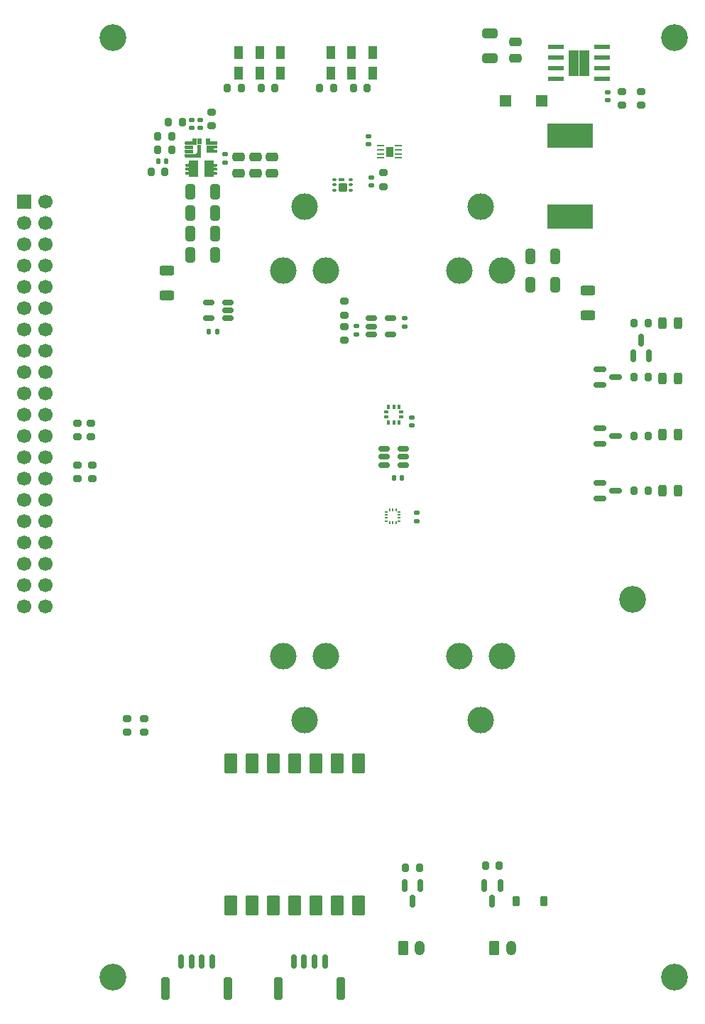
<source format=gbr>
%TF.GenerationSoftware,KiCad,Pcbnew,9.0.5*%
%TF.CreationDate,2025-11-24T08:34:37-05:00*%
%TF.ProjectId,devboard,64657662-6f61-4726-942e-6b696361645f,rev?*%
%TF.SameCoordinates,Original*%
%TF.FileFunction,Soldermask,Top*%
%TF.FilePolarity,Negative*%
%FSLAX46Y46*%
G04 Gerber Fmt 4.6, Leading zero omitted, Abs format (unit mm)*
G04 Created by KiCad (PCBNEW 9.0.5) date 2025-11-24 08:34:37*
%MOMM*%
%LPD*%
G01*
G04 APERTURE LIST*
G04 Aperture macros list*
%AMRoundRect*
0 Rectangle with rounded corners*
0 $1 Rounding radius*
0 $2 $3 $4 $5 $6 $7 $8 $9 X,Y pos of 4 corners*
0 Add a 4 corners polygon primitive as box body*
4,1,4,$2,$3,$4,$5,$6,$7,$8,$9,$2,$3,0*
0 Add four circle primitives for the rounded corners*
1,1,$1+$1,$2,$3*
1,1,$1+$1,$4,$5*
1,1,$1+$1,$6,$7*
1,1,$1+$1,$8,$9*
0 Add four rect primitives between the rounded corners*
20,1,$1+$1,$2,$3,$4,$5,0*
20,1,$1+$1,$4,$5,$6,$7,0*
20,1,$1+$1,$6,$7,$8,$9,0*
20,1,$1+$1,$8,$9,$2,$3,0*%
G04 Aperture macros list end*
%ADD10C,0.010000*%
%ADD11RoundRect,0.140000X0.170000X-0.140000X0.170000X0.140000X-0.170000X0.140000X-0.170000X-0.140000X0*%
%ADD12RoundRect,0.250000X0.325000X0.650000X-0.325000X0.650000X-0.325000X-0.650000X0.325000X-0.650000X0*%
%ADD13RoundRect,0.200000X0.200000X0.275000X-0.200000X0.275000X-0.200000X-0.275000X0.200000X-0.275000X0*%
%ADD14RoundRect,0.250000X-0.325000X-0.650000X0.325000X-0.650000X0.325000X0.650000X-0.325000X0.650000X0*%
%ADD15RoundRect,0.225000X-0.225000X-0.375000X0.225000X-0.375000X0.225000X0.375000X-0.225000X0.375000X0*%
%ADD16RoundRect,0.152400X0.609600X-1.063600X0.609600X1.063600X-0.609600X1.063600X-0.609600X-1.063600X0*%
%ADD17RoundRect,0.152400X-0.609600X1.063600X-0.609600X-1.063600X0.609600X-1.063600X0.609600X1.063600X0*%
%ADD18RoundRect,0.200000X0.275000X-0.200000X0.275000X0.200000X-0.275000X0.200000X-0.275000X-0.200000X0*%
%ADD19RoundRect,0.200000X-0.275000X0.200000X-0.275000X-0.200000X0.275000X-0.200000X0.275000X0.200000X0*%
%ADD20C,3.200000*%
%ADD21RoundRect,0.050100X0.174900X0.099900X-0.174900X0.099900X-0.174900X-0.099900X0.174900X-0.099900X0*%
%ADD22RoundRect,0.050100X0.324900X0.099900X-0.324900X0.099900X-0.324900X-0.099900X0.324900X-0.099900X0*%
%ADD23RoundRect,0.050350X0.449650X0.424650X-0.449650X0.424650X-0.449650X-0.424650X0.449650X-0.424650X0*%
%ADD24RoundRect,0.200000X-0.200000X-0.275000X0.200000X-0.275000X0.200000X0.275000X-0.200000X0.275000X0*%
%ADD25R,0.806399X0.254800*%
%ADD26R,0.889000X1.295400*%
%ADD27RoundRect,0.140000X0.140000X0.170000X-0.140000X0.170000X-0.140000X-0.170000X0.140000X-0.170000X0*%
%ADD28RoundRect,0.250000X0.650000X-0.325000X0.650000X0.325000X-0.650000X0.325000X-0.650000X-0.325000X0*%
%ADD29RoundRect,0.150000X-0.150000X-0.700000X0.150000X-0.700000X0.150000X0.700000X-0.150000X0.700000X0*%
%ADD30RoundRect,0.250000X-0.250000X-1.100000X0.250000X-1.100000X0.250000X1.100000X-0.250000X1.100000X0*%
%ADD31R,1.397000X1.447800*%
%ADD32RoundRect,0.140000X-0.170000X0.140000X-0.170000X-0.140000X0.170000X-0.140000X0.170000X0.140000X0*%
%ADD33RoundRect,0.150000X0.150000X-0.587500X0.150000X0.587500X-0.150000X0.587500X-0.150000X-0.587500X0*%
%ADD34RoundRect,0.250000X-0.350000X-0.625000X0.350000X-0.625000X0.350000X0.625000X-0.350000X0.625000X0*%
%ADD35O,1.200000X1.750000*%
%ADD36RoundRect,0.250000X0.475000X-0.250000X0.475000X0.250000X-0.475000X0.250000X-0.475000X-0.250000X0*%
%ADD37RoundRect,0.250000X-0.625000X0.312500X-0.625000X-0.312500X0.625000X-0.312500X0.625000X0.312500X0*%
%ADD38RoundRect,0.150000X-0.587500X-0.150000X0.587500X-0.150000X0.587500X0.150000X-0.587500X0.150000X0*%
%ADD39RoundRect,0.243750X-0.243750X-0.456250X0.243750X-0.456250X0.243750X0.456250X-0.243750X0.456250X0*%
%ADD40RoundRect,0.150000X0.512500X0.150000X-0.512500X0.150000X-0.512500X-0.150000X0.512500X-0.150000X0*%
%ADD41RoundRect,0.050000X-0.112500X-0.050000X0.112500X-0.050000X0.112500X0.050000X-0.112500X0.050000X0*%
%ADD42RoundRect,0.050000X-0.050000X-0.112500X0.050000X-0.112500X0.050000X0.112500X-0.050000X0.112500X0*%
%ADD43RoundRect,0.100000X-0.175000X-0.100000X0.175000X-0.100000X0.175000X0.100000X-0.175000X0.100000X0*%
%ADD44RoundRect,0.100000X-0.100000X-0.175000X0.100000X-0.175000X0.100000X0.175000X-0.100000X0.175000X0*%
%ADD45RoundRect,0.150000X-0.512500X-0.150000X0.512500X-0.150000X0.512500X0.150000X-0.512500X0.150000X0*%
%ADD46RoundRect,0.250000X-0.475000X0.250000X-0.475000X-0.250000X0.475000X-0.250000X0.475000X0.250000X0*%
%ADD47R,5.410200X2.895600*%
%ADD48R,1.000000X1.600000*%
%ADD49RoundRect,0.140000X-0.140000X-0.170000X0.140000X-0.170000X0.140000X0.170000X-0.140000X0.170000X0*%
%ADD50RoundRect,0.150000X-0.150000X0.587500X-0.150000X-0.587500X0.150000X-0.587500X0.150000X0.587500X0*%
%ADD51R,1.910000X0.610000*%
%ADD52R,1.205000X1.550000*%
%ADD53C,3.175000*%
%ADD54R,1.700000X1.700000*%
%ADD55C,1.700000*%
G04 APERTURE END LIST*
D10*
%TO.C,PS1*%
X133027887Y-52076834D02*
X133033887Y-52076834D01*
X133038887Y-52077834D01*
X133043887Y-52078834D01*
X133048887Y-52080834D01*
X133053887Y-52082834D01*
X133058887Y-52084834D01*
X133062887Y-52086834D01*
X133067887Y-52088834D01*
X133071887Y-52091834D01*
X133076887Y-52094834D01*
X133080887Y-52097834D01*
X133084887Y-52101834D01*
X133088887Y-52104834D01*
X133091887Y-52108834D01*
X133095887Y-52112834D01*
X133098887Y-52116834D01*
X133101887Y-52121834D01*
X133104887Y-52125834D01*
X133106887Y-52130834D01*
X133108887Y-52134834D01*
X133110887Y-52139834D01*
X133112887Y-52144834D01*
X133114887Y-52149834D01*
X133115887Y-52154834D01*
X133116887Y-52159834D01*
X133116887Y-52165834D01*
X133117887Y-52170834D01*
X133117887Y-52175834D01*
X133117887Y-52325834D01*
X133117887Y-52330834D01*
X133116887Y-52335834D01*
X133116887Y-52341834D01*
X133115887Y-52346834D01*
X133114887Y-52351834D01*
X133112887Y-52356834D01*
X133110887Y-52361834D01*
X133108887Y-52366834D01*
X133106887Y-52370834D01*
X133104887Y-52375834D01*
X133101887Y-52379834D01*
X133098887Y-52384834D01*
X133095887Y-52388834D01*
X133091887Y-52392834D01*
X133088887Y-52396834D01*
X133084887Y-52399834D01*
X133080887Y-52403834D01*
X133076887Y-52406834D01*
X133071887Y-52409834D01*
X133067887Y-52412834D01*
X133062887Y-52414834D01*
X133058887Y-52416834D01*
X133053887Y-52418834D01*
X133048887Y-52420834D01*
X133043887Y-52422834D01*
X133038887Y-52423834D01*
X133033887Y-52424834D01*
X133027887Y-52424834D01*
X133022887Y-52425834D01*
X133017887Y-52425834D01*
X132317887Y-52425834D01*
X132312887Y-52425834D01*
X132307887Y-52424834D01*
X132301887Y-52424834D01*
X132296887Y-52423834D01*
X132291887Y-52422834D01*
X132286887Y-52420834D01*
X132281887Y-52418834D01*
X132276887Y-52416834D01*
X132272887Y-52414834D01*
X132267887Y-52412834D01*
X132263887Y-52409834D01*
X132258887Y-52406834D01*
X132254887Y-52403834D01*
X132250887Y-52399834D01*
X132246887Y-52396834D01*
X132243887Y-52392834D01*
X132239887Y-52388834D01*
X132236887Y-52384834D01*
X132233887Y-52379834D01*
X132230887Y-52375834D01*
X132228887Y-52370834D01*
X132226887Y-52366834D01*
X132224887Y-52361834D01*
X132222887Y-52356834D01*
X132220887Y-52351834D01*
X132219887Y-52346834D01*
X132218887Y-52341834D01*
X132218887Y-52335834D01*
X132217887Y-52330834D01*
X132217887Y-52325834D01*
X132217887Y-52175834D01*
X132217887Y-52170834D01*
X132218887Y-52165834D01*
X132218887Y-52159834D01*
X132219887Y-52154834D01*
X132220887Y-52149834D01*
X132222887Y-52144834D01*
X132224887Y-52139834D01*
X132226887Y-52134834D01*
X132228887Y-52130834D01*
X132230887Y-52125834D01*
X132233887Y-52121834D01*
X132236887Y-52116834D01*
X132239887Y-52112834D01*
X132243887Y-52108834D01*
X132246887Y-52104834D01*
X132250887Y-52101834D01*
X132254887Y-52097834D01*
X132258887Y-52094834D01*
X132263887Y-52091834D01*
X132267887Y-52088834D01*
X132272887Y-52086834D01*
X132276887Y-52084834D01*
X132281887Y-52082834D01*
X132286887Y-52080834D01*
X132291887Y-52078834D01*
X132296887Y-52077834D01*
X132301887Y-52076834D01*
X132307887Y-52076834D01*
X132312887Y-52075834D01*
X132317887Y-52075834D01*
X133017887Y-52075834D01*
X133022887Y-52075834D01*
X133027887Y-52076834D01*
G36*
X133027887Y-52076834D02*
G01*
X133033887Y-52076834D01*
X133038887Y-52077834D01*
X133043887Y-52078834D01*
X133048887Y-52080834D01*
X133053887Y-52082834D01*
X133058887Y-52084834D01*
X133062887Y-52086834D01*
X133067887Y-52088834D01*
X133071887Y-52091834D01*
X133076887Y-52094834D01*
X133080887Y-52097834D01*
X133084887Y-52101834D01*
X133088887Y-52104834D01*
X133091887Y-52108834D01*
X133095887Y-52112834D01*
X133098887Y-52116834D01*
X133101887Y-52121834D01*
X133104887Y-52125834D01*
X133106887Y-52130834D01*
X133108887Y-52134834D01*
X133110887Y-52139834D01*
X133112887Y-52144834D01*
X133114887Y-52149834D01*
X133115887Y-52154834D01*
X133116887Y-52159834D01*
X133116887Y-52165834D01*
X133117887Y-52170834D01*
X133117887Y-52175834D01*
X133117887Y-52325834D01*
X133117887Y-52330834D01*
X133116887Y-52335834D01*
X133116887Y-52341834D01*
X133115887Y-52346834D01*
X133114887Y-52351834D01*
X133112887Y-52356834D01*
X133110887Y-52361834D01*
X133108887Y-52366834D01*
X133106887Y-52370834D01*
X133104887Y-52375834D01*
X133101887Y-52379834D01*
X133098887Y-52384834D01*
X133095887Y-52388834D01*
X133091887Y-52392834D01*
X133088887Y-52396834D01*
X133084887Y-52399834D01*
X133080887Y-52403834D01*
X133076887Y-52406834D01*
X133071887Y-52409834D01*
X133067887Y-52412834D01*
X133062887Y-52414834D01*
X133058887Y-52416834D01*
X133053887Y-52418834D01*
X133048887Y-52420834D01*
X133043887Y-52422834D01*
X133038887Y-52423834D01*
X133033887Y-52424834D01*
X133027887Y-52424834D01*
X133022887Y-52425834D01*
X133017887Y-52425834D01*
X132317887Y-52425834D01*
X132312887Y-52425834D01*
X132307887Y-52424834D01*
X132301887Y-52424834D01*
X132296887Y-52423834D01*
X132291887Y-52422834D01*
X132286887Y-52420834D01*
X132281887Y-52418834D01*
X132276887Y-52416834D01*
X132272887Y-52414834D01*
X132267887Y-52412834D01*
X132263887Y-52409834D01*
X132258887Y-52406834D01*
X132254887Y-52403834D01*
X132250887Y-52399834D01*
X132246887Y-52396834D01*
X132243887Y-52392834D01*
X132239887Y-52388834D01*
X132236887Y-52384834D01*
X132233887Y-52379834D01*
X132230887Y-52375834D01*
X132228887Y-52370834D01*
X132226887Y-52366834D01*
X132224887Y-52361834D01*
X132222887Y-52356834D01*
X132220887Y-52351834D01*
X132219887Y-52346834D01*
X132218887Y-52341834D01*
X132218887Y-52335834D01*
X132217887Y-52330834D01*
X132217887Y-52325834D01*
X132217887Y-52175834D01*
X132217887Y-52170834D01*
X132218887Y-52165834D01*
X132218887Y-52159834D01*
X132219887Y-52154834D01*
X132220887Y-52149834D01*
X132222887Y-52144834D01*
X132224887Y-52139834D01*
X132226887Y-52134834D01*
X132228887Y-52130834D01*
X132230887Y-52125834D01*
X132233887Y-52121834D01*
X132236887Y-52116834D01*
X132239887Y-52112834D01*
X132243887Y-52108834D01*
X132246887Y-52104834D01*
X132250887Y-52101834D01*
X132254887Y-52097834D01*
X132258887Y-52094834D01*
X132263887Y-52091834D01*
X132267887Y-52088834D01*
X132272887Y-52086834D01*
X132276887Y-52084834D01*
X132281887Y-52082834D01*
X132286887Y-52080834D01*
X132291887Y-52078834D01*
X132296887Y-52077834D01*
X132301887Y-52076834D01*
X132307887Y-52076834D01*
X132312887Y-52075834D01*
X132317887Y-52075834D01*
X133017887Y-52075834D01*
X133022887Y-52075834D01*
X133027887Y-52076834D01*
G37*
X133027887Y-52576834D02*
X133033887Y-52576834D01*
X133038887Y-52577834D01*
X133043887Y-52578834D01*
X133048887Y-52580834D01*
X133053887Y-52582834D01*
X133058887Y-52584834D01*
X133062887Y-52586834D01*
X133067887Y-52588834D01*
X133071887Y-52591834D01*
X133076887Y-52594834D01*
X133080887Y-52597834D01*
X133084887Y-52601834D01*
X133088887Y-52604834D01*
X133091887Y-52608834D01*
X133095887Y-52612834D01*
X133098887Y-52616834D01*
X133101887Y-52621834D01*
X133104887Y-52625834D01*
X133106887Y-52630834D01*
X133108887Y-52634834D01*
X133110887Y-52639834D01*
X133112887Y-52644834D01*
X133114887Y-52649834D01*
X133115887Y-52654834D01*
X133116887Y-52659834D01*
X133116887Y-52665834D01*
X133117887Y-52670834D01*
X133117887Y-52675834D01*
X133117887Y-52825834D01*
X133117887Y-52830834D01*
X133116887Y-52835834D01*
X133116887Y-52841834D01*
X133115887Y-52846834D01*
X133114887Y-52851834D01*
X133112887Y-52856834D01*
X133110887Y-52861834D01*
X133108887Y-52866834D01*
X133106887Y-52870834D01*
X133104887Y-52875834D01*
X133101887Y-52879834D01*
X133098887Y-52884834D01*
X133095887Y-52888834D01*
X133091887Y-52892834D01*
X133088887Y-52896834D01*
X133084887Y-52899834D01*
X133080887Y-52903834D01*
X133076887Y-52906834D01*
X133071887Y-52909834D01*
X133067887Y-52912834D01*
X133062887Y-52914834D01*
X133058887Y-52916834D01*
X133053887Y-52918834D01*
X133048887Y-52920834D01*
X133043887Y-52922834D01*
X133038887Y-52923834D01*
X133033887Y-52924834D01*
X133027887Y-52924834D01*
X133022887Y-52925834D01*
X133017887Y-52925834D01*
X132317887Y-52925834D01*
X132312887Y-52925834D01*
X132307887Y-52924834D01*
X132301887Y-52924834D01*
X132296887Y-52923834D01*
X132291887Y-52922834D01*
X132286887Y-52920834D01*
X132281887Y-52918834D01*
X132276887Y-52916834D01*
X132272887Y-52914834D01*
X132267887Y-52912834D01*
X132263887Y-52909834D01*
X132258887Y-52906834D01*
X132254887Y-52903834D01*
X132250887Y-52899834D01*
X132246887Y-52896834D01*
X132243887Y-52892834D01*
X132239887Y-52888834D01*
X132236887Y-52884834D01*
X132233887Y-52879834D01*
X132230887Y-52875834D01*
X132228887Y-52870834D01*
X132226887Y-52866834D01*
X132224887Y-52861834D01*
X132222887Y-52856834D01*
X132220887Y-52851834D01*
X132219887Y-52846834D01*
X132218887Y-52841834D01*
X132218887Y-52835834D01*
X132217887Y-52830834D01*
X132217887Y-52825834D01*
X132217887Y-52675834D01*
X132217887Y-52670834D01*
X132218887Y-52665834D01*
X132218887Y-52659834D01*
X132219887Y-52654834D01*
X132220887Y-52649834D01*
X132222887Y-52644834D01*
X132224887Y-52639834D01*
X132226887Y-52634834D01*
X132228887Y-52630834D01*
X132230887Y-52625834D01*
X132233887Y-52621834D01*
X132236887Y-52616834D01*
X132239887Y-52612834D01*
X132243887Y-52608834D01*
X132246887Y-52604834D01*
X132250887Y-52601834D01*
X132254887Y-52597834D01*
X132258887Y-52594834D01*
X132263887Y-52591834D01*
X132267887Y-52588834D01*
X132272887Y-52586834D01*
X132276887Y-52584834D01*
X132281887Y-52582834D01*
X132286887Y-52580834D01*
X132291887Y-52578834D01*
X132296887Y-52577834D01*
X132301887Y-52576834D01*
X132307887Y-52576834D01*
X132312887Y-52575834D01*
X132317887Y-52575834D01*
X133017887Y-52575834D01*
X133022887Y-52575834D01*
X133027887Y-52576834D01*
G36*
X133027887Y-52576834D02*
G01*
X133033887Y-52576834D01*
X133038887Y-52577834D01*
X133043887Y-52578834D01*
X133048887Y-52580834D01*
X133053887Y-52582834D01*
X133058887Y-52584834D01*
X133062887Y-52586834D01*
X133067887Y-52588834D01*
X133071887Y-52591834D01*
X133076887Y-52594834D01*
X133080887Y-52597834D01*
X133084887Y-52601834D01*
X133088887Y-52604834D01*
X133091887Y-52608834D01*
X133095887Y-52612834D01*
X133098887Y-52616834D01*
X133101887Y-52621834D01*
X133104887Y-52625834D01*
X133106887Y-52630834D01*
X133108887Y-52634834D01*
X133110887Y-52639834D01*
X133112887Y-52644834D01*
X133114887Y-52649834D01*
X133115887Y-52654834D01*
X133116887Y-52659834D01*
X133116887Y-52665834D01*
X133117887Y-52670834D01*
X133117887Y-52675834D01*
X133117887Y-52825834D01*
X133117887Y-52830834D01*
X133116887Y-52835834D01*
X133116887Y-52841834D01*
X133115887Y-52846834D01*
X133114887Y-52851834D01*
X133112887Y-52856834D01*
X133110887Y-52861834D01*
X133108887Y-52866834D01*
X133106887Y-52870834D01*
X133104887Y-52875834D01*
X133101887Y-52879834D01*
X133098887Y-52884834D01*
X133095887Y-52888834D01*
X133091887Y-52892834D01*
X133088887Y-52896834D01*
X133084887Y-52899834D01*
X133080887Y-52903834D01*
X133076887Y-52906834D01*
X133071887Y-52909834D01*
X133067887Y-52912834D01*
X133062887Y-52914834D01*
X133058887Y-52916834D01*
X133053887Y-52918834D01*
X133048887Y-52920834D01*
X133043887Y-52922834D01*
X133038887Y-52923834D01*
X133033887Y-52924834D01*
X133027887Y-52924834D01*
X133022887Y-52925834D01*
X133017887Y-52925834D01*
X132317887Y-52925834D01*
X132312887Y-52925834D01*
X132307887Y-52924834D01*
X132301887Y-52924834D01*
X132296887Y-52923834D01*
X132291887Y-52922834D01*
X132286887Y-52920834D01*
X132281887Y-52918834D01*
X132276887Y-52916834D01*
X132272887Y-52914834D01*
X132267887Y-52912834D01*
X132263887Y-52909834D01*
X132258887Y-52906834D01*
X132254887Y-52903834D01*
X132250887Y-52899834D01*
X132246887Y-52896834D01*
X132243887Y-52892834D01*
X132239887Y-52888834D01*
X132236887Y-52884834D01*
X132233887Y-52879834D01*
X132230887Y-52875834D01*
X132228887Y-52870834D01*
X132226887Y-52866834D01*
X132224887Y-52861834D01*
X132222887Y-52856834D01*
X132220887Y-52851834D01*
X132219887Y-52846834D01*
X132218887Y-52841834D01*
X132218887Y-52835834D01*
X132217887Y-52830834D01*
X132217887Y-52825834D01*
X132217887Y-52675834D01*
X132217887Y-52670834D01*
X132218887Y-52665834D01*
X132218887Y-52659834D01*
X132219887Y-52654834D01*
X132220887Y-52649834D01*
X132222887Y-52644834D01*
X132224887Y-52639834D01*
X132226887Y-52634834D01*
X132228887Y-52630834D01*
X132230887Y-52625834D01*
X132233887Y-52621834D01*
X132236887Y-52616834D01*
X132239887Y-52612834D01*
X132243887Y-52608834D01*
X132246887Y-52604834D01*
X132250887Y-52601834D01*
X132254887Y-52597834D01*
X132258887Y-52594834D01*
X132263887Y-52591834D01*
X132267887Y-52588834D01*
X132272887Y-52586834D01*
X132276887Y-52584834D01*
X132281887Y-52582834D01*
X132286887Y-52580834D01*
X132291887Y-52578834D01*
X132296887Y-52577834D01*
X132301887Y-52576834D01*
X132307887Y-52576834D01*
X132312887Y-52575834D01*
X132317887Y-52575834D01*
X133017887Y-52575834D01*
X133022887Y-52575834D01*
X133027887Y-52576834D01*
G37*
X134002887Y-51226834D02*
X134008887Y-51226834D01*
X134013887Y-51227834D01*
X134018887Y-51228834D01*
X134023887Y-51230834D01*
X134028887Y-51232834D01*
X134033887Y-51234834D01*
X134037887Y-51236834D01*
X134042887Y-51238834D01*
X134046887Y-51241834D01*
X134051887Y-51244834D01*
X134055887Y-51247834D01*
X134059887Y-51251834D01*
X134063887Y-51254834D01*
X134066887Y-51258834D01*
X134070887Y-51262834D01*
X134073887Y-51266834D01*
X134076887Y-51271834D01*
X134079887Y-51275834D01*
X134081887Y-51280834D01*
X134083887Y-51284834D01*
X134085887Y-51289834D01*
X134087887Y-51294834D01*
X134089887Y-51299834D01*
X134090887Y-51304834D01*
X134091887Y-51309834D01*
X134091887Y-51315834D01*
X134092887Y-51320834D01*
X134092887Y-51325834D01*
X134092887Y-51775834D01*
X134092887Y-51780834D01*
X134091887Y-51785834D01*
X134091887Y-51791834D01*
X134090887Y-51796834D01*
X134089887Y-51801834D01*
X134087887Y-51806834D01*
X134085887Y-51811834D01*
X134083887Y-51816834D01*
X134081887Y-51820834D01*
X134079887Y-51825834D01*
X134076887Y-51829834D01*
X134073887Y-51834834D01*
X134070887Y-51838834D01*
X134066887Y-51842834D01*
X134063887Y-51846834D01*
X134059887Y-51849834D01*
X134055887Y-51853834D01*
X134051887Y-51856834D01*
X134046887Y-51859834D01*
X134042887Y-51862834D01*
X134037887Y-51864834D01*
X134033887Y-51866834D01*
X134028887Y-51868834D01*
X134023887Y-51870834D01*
X134018887Y-51872834D01*
X134013887Y-51873834D01*
X134008887Y-51874834D01*
X134002887Y-51874834D01*
X133997887Y-51875834D01*
X133992887Y-51875834D01*
X133792887Y-51875834D01*
X133787887Y-51875834D01*
X133782887Y-51874834D01*
X133776887Y-51874834D01*
X133771887Y-51873834D01*
X133766887Y-51872834D01*
X133761887Y-51870834D01*
X133756887Y-51868834D01*
X133751887Y-51866834D01*
X133747887Y-51864834D01*
X133742887Y-51862834D01*
X133738887Y-51859834D01*
X133733887Y-51856834D01*
X133729887Y-51853834D01*
X133725887Y-51849834D01*
X133721887Y-51846834D01*
X133718887Y-51842834D01*
X133714887Y-51838834D01*
X133711887Y-51834834D01*
X133708887Y-51829834D01*
X133705887Y-51825834D01*
X133703887Y-51820834D01*
X133701887Y-51816834D01*
X133699887Y-51811834D01*
X133697887Y-51806834D01*
X133695887Y-51801834D01*
X133694887Y-51796834D01*
X133693887Y-51791834D01*
X133693887Y-51785834D01*
X133692887Y-51780834D01*
X133692887Y-51775834D01*
X133692887Y-51325834D01*
X133692887Y-51320834D01*
X133693887Y-51315834D01*
X133693887Y-51309834D01*
X133694887Y-51304834D01*
X133695887Y-51299834D01*
X133697887Y-51294834D01*
X133699887Y-51289834D01*
X133701887Y-51284834D01*
X133703887Y-51280834D01*
X133705887Y-51275834D01*
X133708887Y-51271834D01*
X133711887Y-51266834D01*
X133714887Y-51262834D01*
X133718887Y-51258834D01*
X133721887Y-51254834D01*
X133725887Y-51251834D01*
X133729887Y-51247834D01*
X133733887Y-51244834D01*
X133738887Y-51241834D01*
X133742887Y-51238834D01*
X133747887Y-51236834D01*
X133751887Y-51234834D01*
X133756887Y-51232834D01*
X133761887Y-51230834D01*
X133766887Y-51228834D01*
X133771887Y-51227834D01*
X133776887Y-51226834D01*
X133782887Y-51226834D01*
X133787887Y-51225834D01*
X133792887Y-51225834D01*
X133992887Y-51225834D01*
X133997887Y-51225834D01*
X134002887Y-51226834D01*
G36*
X134002887Y-51226834D02*
G01*
X134008887Y-51226834D01*
X134013887Y-51227834D01*
X134018887Y-51228834D01*
X134023887Y-51230834D01*
X134028887Y-51232834D01*
X134033887Y-51234834D01*
X134037887Y-51236834D01*
X134042887Y-51238834D01*
X134046887Y-51241834D01*
X134051887Y-51244834D01*
X134055887Y-51247834D01*
X134059887Y-51251834D01*
X134063887Y-51254834D01*
X134066887Y-51258834D01*
X134070887Y-51262834D01*
X134073887Y-51266834D01*
X134076887Y-51271834D01*
X134079887Y-51275834D01*
X134081887Y-51280834D01*
X134083887Y-51284834D01*
X134085887Y-51289834D01*
X134087887Y-51294834D01*
X134089887Y-51299834D01*
X134090887Y-51304834D01*
X134091887Y-51309834D01*
X134091887Y-51315834D01*
X134092887Y-51320834D01*
X134092887Y-51325834D01*
X134092887Y-51775834D01*
X134092887Y-51780834D01*
X134091887Y-51785834D01*
X134091887Y-51791834D01*
X134090887Y-51796834D01*
X134089887Y-51801834D01*
X134087887Y-51806834D01*
X134085887Y-51811834D01*
X134083887Y-51816834D01*
X134081887Y-51820834D01*
X134079887Y-51825834D01*
X134076887Y-51829834D01*
X134073887Y-51834834D01*
X134070887Y-51838834D01*
X134066887Y-51842834D01*
X134063887Y-51846834D01*
X134059887Y-51849834D01*
X134055887Y-51853834D01*
X134051887Y-51856834D01*
X134046887Y-51859834D01*
X134042887Y-51862834D01*
X134037887Y-51864834D01*
X134033887Y-51866834D01*
X134028887Y-51868834D01*
X134023887Y-51870834D01*
X134018887Y-51872834D01*
X134013887Y-51873834D01*
X134008887Y-51874834D01*
X134002887Y-51874834D01*
X133997887Y-51875834D01*
X133992887Y-51875834D01*
X133792887Y-51875834D01*
X133787887Y-51875834D01*
X133782887Y-51874834D01*
X133776887Y-51874834D01*
X133771887Y-51873834D01*
X133766887Y-51872834D01*
X133761887Y-51870834D01*
X133756887Y-51868834D01*
X133751887Y-51866834D01*
X133747887Y-51864834D01*
X133742887Y-51862834D01*
X133738887Y-51859834D01*
X133733887Y-51856834D01*
X133729887Y-51853834D01*
X133725887Y-51849834D01*
X133721887Y-51846834D01*
X133718887Y-51842834D01*
X133714887Y-51838834D01*
X133711887Y-51834834D01*
X133708887Y-51829834D01*
X133705887Y-51825834D01*
X133703887Y-51820834D01*
X133701887Y-51816834D01*
X133699887Y-51811834D01*
X133697887Y-51806834D01*
X133695887Y-51801834D01*
X133694887Y-51796834D01*
X133693887Y-51791834D01*
X133693887Y-51785834D01*
X133692887Y-51780834D01*
X133692887Y-51775834D01*
X133692887Y-51325834D01*
X133692887Y-51320834D01*
X133693887Y-51315834D01*
X133693887Y-51309834D01*
X133694887Y-51304834D01*
X133695887Y-51299834D01*
X133697887Y-51294834D01*
X133699887Y-51289834D01*
X133701887Y-51284834D01*
X133703887Y-51280834D01*
X133705887Y-51275834D01*
X133708887Y-51271834D01*
X133711887Y-51266834D01*
X133714887Y-51262834D01*
X133718887Y-51258834D01*
X133721887Y-51254834D01*
X133725887Y-51251834D01*
X133729887Y-51247834D01*
X133733887Y-51244834D01*
X133738887Y-51241834D01*
X133742887Y-51238834D01*
X133747887Y-51236834D01*
X133751887Y-51234834D01*
X133756887Y-51232834D01*
X133761887Y-51230834D01*
X133766887Y-51228834D01*
X133771887Y-51227834D01*
X133776887Y-51226834D01*
X133782887Y-51226834D01*
X133787887Y-51225834D01*
X133792887Y-51225834D01*
X133992887Y-51225834D01*
X133997887Y-51225834D01*
X134002887Y-51226834D01*
G37*
X133452887Y-51226834D02*
X133458887Y-51226834D01*
X133463887Y-51227834D01*
X133468887Y-51228834D01*
X133473887Y-51230834D01*
X133478887Y-51232834D01*
X133483887Y-51234834D01*
X133487887Y-51236834D01*
X133492887Y-51238834D01*
X133496887Y-51241834D01*
X133501887Y-51244834D01*
X133505887Y-51247834D01*
X133509887Y-51251834D01*
X133513887Y-51254834D01*
X133516887Y-51258834D01*
X133520887Y-51262834D01*
X133523887Y-51266834D01*
X133526887Y-51271834D01*
X133529887Y-51275834D01*
X133531887Y-51280834D01*
X133533887Y-51284834D01*
X133535887Y-51289834D01*
X133537887Y-51294834D01*
X133539887Y-51299834D01*
X133540887Y-51304834D01*
X133541887Y-51309834D01*
X133541887Y-51315834D01*
X133542887Y-51320834D01*
X133542887Y-51325834D01*
X133542887Y-51825834D01*
X133542887Y-51830834D01*
X133541887Y-51835834D01*
X133541887Y-51841834D01*
X133540887Y-51846834D01*
X133539887Y-51851834D01*
X133537887Y-51856834D01*
X133535887Y-51861834D01*
X133533887Y-51866834D01*
X133531887Y-51870834D01*
X133529887Y-51875834D01*
X133526887Y-51879834D01*
X133523887Y-51884834D01*
X133520887Y-51888834D01*
X133516887Y-51892834D01*
X133513887Y-51896834D01*
X133509887Y-51899834D01*
X133505887Y-51903834D01*
X133501887Y-51906834D01*
X133496887Y-51909834D01*
X133492887Y-51912834D01*
X133487887Y-51914834D01*
X133483887Y-51916834D01*
X133478887Y-51918834D01*
X133473887Y-51920834D01*
X133468887Y-51922834D01*
X133463887Y-51923834D01*
X133458887Y-51924834D01*
X133452887Y-51924834D01*
X133447887Y-51925834D01*
X133442887Y-51925834D01*
X132317887Y-51925834D01*
X132312887Y-51925834D01*
X132307887Y-51924834D01*
X132301887Y-51924834D01*
X132296887Y-51923834D01*
X132291887Y-51922834D01*
X132286887Y-51920834D01*
X132281887Y-51918834D01*
X132276887Y-51916834D01*
X132272887Y-51914834D01*
X132267887Y-51912834D01*
X132263887Y-51909834D01*
X132258887Y-51906834D01*
X132254887Y-51903834D01*
X132250887Y-51899834D01*
X132246887Y-51896834D01*
X132243887Y-51892834D01*
X132239887Y-51888834D01*
X132236887Y-51884834D01*
X132233887Y-51879834D01*
X132230887Y-51875834D01*
X132228887Y-51870834D01*
X132226887Y-51866834D01*
X132224887Y-51861834D01*
X132222887Y-51856834D01*
X132220887Y-51851834D01*
X132219887Y-51846834D01*
X132218887Y-51841834D01*
X132218887Y-51835834D01*
X132217887Y-51830834D01*
X132217887Y-51825834D01*
X132217887Y-51675834D01*
X132217887Y-51670834D01*
X132218887Y-51665834D01*
X132218887Y-51659834D01*
X132219887Y-51654834D01*
X132220887Y-51649834D01*
X132222887Y-51644834D01*
X132224887Y-51639834D01*
X132226887Y-51634834D01*
X132228887Y-51630834D01*
X132230887Y-51625834D01*
X132233887Y-51621834D01*
X132236887Y-51616834D01*
X132239887Y-51612834D01*
X132243887Y-51608834D01*
X132246887Y-51604834D01*
X132250887Y-51601834D01*
X132254887Y-51597834D01*
X132258887Y-51594834D01*
X132263887Y-51591834D01*
X132267887Y-51588834D01*
X132272887Y-51586834D01*
X132276887Y-51584834D01*
X132281887Y-51582834D01*
X132286887Y-51580834D01*
X132291887Y-51578834D01*
X132296887Y-51577834D01*
X132301887Y-51576834D01*
X132307887Y-51576834D01*
X132312887Y-51575834D01*
X132317887Y-51575834D01*
X133042887Y-51575834D01*
X133045887Y-51575834D01*
X133047887Y-51575834D01*
X133050887Y-51574834D01*
X133052887Y-51574834D01*
X133055887Y-51573834D01*
X133057887Y-51573834D01*
X133060887Y-51572834D01*
X133062887Y-51571834D01*
X133065887Y-51570834D01*
X133067887Y-51568834D01*
X133069887Y-51567834D01*
X133071887Y-51565834D01*
X133073887Y-51564834D01*
X133075887Y-51562834D01*
X133077887Y-51560834D01*
X133079887Y-51558834D01*
X133081887Y-51556834D01*
X133082887Y-51554834D01*
X133084887Y-51552834D01*
X133085887Y-51550834D01*
X133087887Y-51548834D01*
X133088887Y-51545834D01*
X133089887Y-51543834D01*
X133090887Y-51540834D01*
X133090887Y-51538834D01*
X133091887Y-51535834D01*
X133091887Y-51533834D01*
X133092887Y-51530834D01*
X133092887Y-51528834D01*
X133092887Y-51525834D01*
X133092887Y-51325834D01*
X133092887Y-51320834D01*
X133093887Y-51315834D01*
X133093887Y-51309834D01*
X133094887Y-51304834D01*
X133095887Y-51299834D01*
X133097887Y-51294834D01*
X133099887Y-51289834D01*
X133101887Y-51284834D01*
X133103887Y-51280834D01*
X133105887Y-51275834D01*
X133108887Y-51271834D01*
X133111887Y-51266834D01*
X133114887Y-51262834D01*
X133118887Y-51258834D01*
X133121887Y-51254834D01*
X133125887Y-51251834D01*
X133129887Y-51247834D01*
X133133887Y-51244834D01*
X133138887Y-51241834D01*
X133142887Y-51238834D01*
X133147887Y-51236834D01*
X133151887Y-51234834D01*
X133156887Y-51232834D01*
X133161887Y-51230834D01*
X133166887Y-51228834D01*
X133171887Y-51227834D01*
X133176887Y-51226834D01*
X133182887Y-51226834D01*
X133187887Y-51225834D01*
X133192887Y-51225834D01*
X133442887Y-51225834D01*
X133447887Y-51225834D01*
X133452887Y-51226834D01*
G36*
X133452887Y-51226834D02*
G01*
X133458887Y-51226834D01*
X133463887Y-51227834D01*
X133468887Y-51228834D01*
X133473887Y-51230834D01*
X133478887Y-51232834D01*
X133483887Y-51234834D01*
X133487887Y-51236834D01*
X133492887Y-51238834D01*
X133496887Y-51241834D01*
X133501887Y-51244834D01*
X133505887Y-51247834D01*
X133509887Y-51251834D01*
X133513887Y-51254834D01*
X133516887Y-51258834D01*
X133520887Y-51262834D01*
X133523887Y-51266834D01*
X133526887Y-51271834D01*
X133529887Y-51275834D01*
X133531887Y-51280834D01*
X133533887Y-51284834D01*
X133535887Y-51289834D01*
X133537887Y-51294834D01*
X133539887Y-51299834D01*
X133540887Y-51304834D01*
X133541887Y-51309834D01*
X133541887Y-51315834D01*
X133542887Y-51320834D01*
X133542887Y-51325834D01*
X133542887Y-51825834D01*
X133542887Y-51830834D01*
X133541887Y-51835834D01*
X133541887Y-51841834D01*
X133540887Y-51846834D01*
X133539887Y-51851834D01*
X133537887Y-51856834D01*
X133535887Y-51861834D01*
X133533887Y-51866834D01*
X133531887Y-51870834D01*
X133529887Y-51875834D01*
X133526887Y-51879834D01*
X133523887Y-51884834D01*
X133520887Y-51888834D01*
X133516887Y-51892834D01*
X133513887Y-51896834D01*
X133509887Y-51899834D01*
X133505887Y-51903834D01*
X133501887Y-51906834D01*
X133496887Y-51909834D01*
X133492887Y-51912834D01*
X133487887Y-51914834D01*
X133483887Y-51916834D01*
X133478887Y-51918834D01*
X133473887Y-51920834D01*
X133468887Y-51922834D01*
X133463887Y-51923834D01*
X133458887Y-51924834D01*
X133452887Y-51924834D01*
X133447887Y-51925834D01*
X133442887Y-51925834D01*
X132317887Y-51925834D01*
X132312887Y-51925834D01*
X132307887Y-51924834D01*
X132301887Y-51924834D01*
X132296887Y-51923834D01*
X132291887Y-51922834D01*
X132286887Y-51920834D01*
X132281887Y-51918834D01*
X132276887Y-51916834D01*
X132272887Y-51914834D01*
X132267887Y-51912834D01*
X132263887Y-51909834D01*
X132258887Y-51906834D01*
X132254887Y-51903834D01*
X132250887Y-51899834D01*
X132246887Y-51896834D01*
X132243887Y-51892834D01*
X132239887Y-51888834D01*
X132236887Y-51884834D01*
X132233887Y-51879834D01*
X132230887Y-51875834D01*
X132228887Y-51870834D01*
X132226887Y-51866834D01*
X132224887Y-51861834D01*
X132222887Y-51856834D01*
X132220887Y-51851834D01*
X132219887Y-51846834D01*
X132218887Y-51841834D01*
X132218887Y-51835834D01*
X132217887Y-51830834D01*
X132217887Y-51825834D01*
X132217887Y-51675834D01*
X132217887Y-51670834D01*
X132218887Y-51665834D01*
X132218887Y-51659834D01*
X132219887Y-51654834D01*
X132220887Y-51649834D01*
X132222887Y-51644834D01*
X132224887Y-51639834D01*
X132226887Y-51634834D01*
X132228887Y-51630834D01*
X132230887Y-51625834D01*
X132233887Y-51621834D01*
X132236887Y-51616834D01*
X132239887Y-51612834D01*
X132243887Y-51608834D01*
X132246887Y-51604834D01*
X132250887Y-51601834D01*
X132254887Y-51597834D01*
X132258887Y-51594834D01*
X132263887Y-51591834D01*
X132267887Y-51588834D01*
X132272887Y-51586834D01*
X132276887Y-51584834D01*
X132281887Y-51582834D01*
X132286887Y-51580834D01*
X132291887Y-51578834D01*
X132296887Y-51577834D01*
X132301887Y-51576834D01*
X132307887Y-51576834D01*
X132312887Y-51575834D01*
X132317887Y-51575834D01*
X133042887Y-51575834D01*
X133045887Y-51575834D01*
X133047887Y-51575834D01*
X133050887Y-51574834D01*
X133052887Y-51574834D01*
X133055887Y-51573834D01*
X133057887Y-51573834D01*
X133060887Y-51572834D01*
X133062887Y-51571834D01*
X133065887Y-51570834D01*
X133067887Y-51568834D01*
X133069887Y-51567834D01*
X133071887Y-51565834D01*
X133073887Y-51564834D01*
X133075887Y-51562834D01*
X133077887Y-51560834D01*
X133079887Y-51558834D01*
X133081887Y-51556834D01*
X133082887Y-51554834D01*
X133084887Y-51552834D01*
X133085887Y-51550834D01*
X133087887Y-51548834D01*
X133088887Y-51545834D01*
X133089887Y-51543834D01*
X133090887Y-51540834D01*
X133090887Y-51538834D01*
X133091887Y-51535834D01*
X133091887Y-51533834D01*
X133092887Y-51530834D01*
X133092887Y-51528834D01*
X133092887Y-51525834D01*
X133092887Y-51325834D01*
X133092887Y-51320834D01*
X133093887Y-51315834D01*
X133093887Y-51309834D01*
X133094887Y-51304834D01*
X133095887Y-51299834D01*
X133097887Y-51294834D01*
X133099887Y-51289834D01*
X133101887Y-51284834D01*
X133103887Y-51280834D01*
X133105887Y-51275834D01*
X133108887Y-51271834D01*
X133111887Y-51266834D01*
X133114887Y-51262834D01*
X133118887Y-51258834D01*
X133121887Y-51254834D01*
X133125887Y-51251834D01*
X133129887Y-51247834D01*
X133133887Y-51244834D01*
X133138887Y-51241834D01*
X133142887Y-51238834D01*
X133147887Y-51236834D01*
X133151887Y-51234834D01*
X133156887Y-51232834D01*
X133161887Y-51230834D01*
X133166887Y-51228834D01*
X133171887Y-51227834D01*
X133176887Y-51226834D01*
X133182887Y-51226834D01*
X133187887Y-51225834D01*
X133192887Y-51225834D01*
X133442887Y-51225834D01*
X133447887Y-51225834D01*
X133452887Y-51226834D01*
G37*
X135052887Y-51226834D02*
X135058887Y-51226834D01*
X135063887Y-51227834D01*
X135068887Y-51228834D01*
X135073887Y-51230834D01*
X135078887Y-51232834D01*
X135083887Y-51234834D01*
X135087887Y-51236834D01*
X135092887Y-51238834D01*
X135096887Y-51241834D01*
X135101887Y-51244834D01*
X135105887Y-51247834D01*
X135109887Y-51251834D01*
X135113887Y-51254834D01*
X135116887Y-51258834D01*
X135120887Y-51262834D01*
X135123887Y-51266834D01*
X135126887Y-51271834D01*
X135129887Y-51275834D01*
X135131887Y-51280834D01*
X135133887Y-51284834D01*
X135135887Y-51289834D01*
X135137887Y-51294834D01*
X135139887Y-51299834D01*
X135140887Y-51304834D01*
X135141887Y-51309834D01*
X135141887Y-51315834D01*
X135142887Y-51320834D01*
X135142887Y-51325834D01*
X135142887Y-51525834D01*
X135142887Y-51528834D01*
X135142887Y-51530834D01*
X135143887Y-51533834D01*
X135143887Y-51535834D01*
X135144887Y-51538834D01*
X135144887Y-51540834D01*
X135145887Y-51543834D01*
X135146887Y-51545834D01*
X135147887Y-51548834D01*
X135149887Y-51550834D01*
X135150887Y-51552834D01*
X135152887Y-51554834D01*
X135153887Y-51556834D01*
X135155887Y-51558834D01*
X135157887Y-51560834D01*
X135159887Y-51562834D01*
X135161887Y-51564834D01*
X135163887Y-51565834D01*
X135165887Y-51567834D01*
X135167887Y-51568834D01*
X135169887Y-51570834D01*
X135172887Y-51571834D01*
X135174887Y-51572834D01*
X135177887Y-51573834D01*
X135179887Y-51573834D01*
X135182887Y-51574834D01*
X135184887Y-51574834D01*
X135187887Y-51575834D01*
X135189887Y-51575834D01*
X135192887Y-51575834D01*
X135917887Y-51575834D01*
X135922887Y-51575834D01*
X135927887Y-51576834D01*
X135933887Y-51576834D01*
X135938887Y-51577834D01*
X135943887Y-51578834D01*
X135948887Y-51580834D01*
X135953887Y-51582834D01*
X135958887Y-51584834D01*
X135962887Y-51586834D01*
X135967887Y-51588834D01*
X135971887Y-51591834D01*
X135976887Y-51594834D01*
X135980887Y-51597834D01*
X135984887Y-51601834D01*
X135988887Y-51604834D01*
X135991887Y-51608834D01*
X135995887Y-51612834D01*
X135998887Y-51616834D01*
X136001887Y-51621834D01*
X136004887Y-51625834D01*
X136006887Y-51630834D01*
X136008887Y-51634834D01*
X136010887Y-51639834D01*
X136012887Y-51644834D01*
X136014887Y-51649834D01*
X136015887Y-51654834D01*
X136016887Y-51659834D01*
X136016887Y-51665834D01*
X136017887Y-51670834D01*
X136017887Y-51675834D01*
X136017887Y-51825834D01*
X136017887Y-51830834D01*
X136016887Y-51835834D01*
X136016887Y-51841834D01*
X136015887Y-51846834D01*
X136014887Y-51851834D01*
X136012887Y-51856834D01*
X136010887Y-51861834D01*
X136008887Y-51866834D01*
X136006887Y-51870834D01*
X136004887Y-51875834D01*
X136001887Y-51879834D01*
X135998887Y-51884834D01*
X135995887Y-51888834D01*
X135991887Y-51892834D01*
X135988887Y-51896834D01*
X135984887Y-51899834D01*
X135980887Y-51903834D01*
X135976887Y-51906834D01*
X135971887Y-51909834D01*
X135967887Y-51912834D01*
X135962887Y-51914834D01*
X135958887Y-51916834D01*
X135953887Y-51918834D01*
X135948887Y-51920834D01*
X135943887Y-51922834D01*
X135938887Y-51923834D01*
X135933887Y-51924834D01*
X135927887Y-51924834D01*
X135922887Y-51925834D01*
X135917887Y-51925834D01*
X134792887Y-51925834D01*
X134787887Y-51925834D01*
X134782887Y-51924834D01*
X134776887Y-51924834D01*
X134771887Y-51923834D01*
X134766887Y-51922834D01*
X134761887Y-51920834D01*
X134756887Y-51918834D01*
X134751887Y-51916834D01*
X134747887Y-51914834D01*
X134742887Y-51912834D01*
X134738887Y-51909834D01*
X134733887Y-51906834D01*
X134729887Y-51903834D01*
X134725887Y-51899834D01*
X134721887Y-51896834D01*
X134718887Y-51892834D01*
X134714887Y-51888834D01*
X134711887Y-51884834D01*
X134708887Y-51879834D01*
X134705887Y-51875834D01*
X134703887Y-51870834D01*
X134701887Y-51866834D01*
X134699887Y-51861834D01*
X134697887Y-51856834D01*
X134695887Y-51851834D01*
X134694887Y-51846834D01*
X134693887Y-51841834D01*
X134693887Y-51835834D01*
X134692887Y-51830834D01*
X134692887Y-51825834D01*
X134692887Y-51325834D01*
X134692887Y-51320834D01*
X134693887Y-51315834D01*
X134693887Y-51309834D01*
X134694887Y-51304834D01*
X134695887Y-51299834D01*
X134697887Y-51294834D01*
X134699887Y-51289834D01*
X134701887Y-51284834D01*
X134703887Y-51280834D01*
X134705887Y-51275834D01*
X134708887Y-51271834D01*
X134711887Y-51266834D01*
X134714887Y-51262834D01*
X134718887Y-51258834D01*
X134721887Y-51254834D01*
X134725887Y-51251834D01*
X134729887Y-51247834D01*
X134733887Y-51244834D01*
X134738887Y-51241834D01*
X134742887Y-51238834D01*
X134747887Y-51236834D01*
X134751887Y-51234834D01*
X134756887Y-51232834D01*
X134761887Y-51230834D01*
X134766887Y-51228834D01*
X134771887Y-51227834D01*
X134776887Y-51226834D01*
X134782887Y-51226834D01*
X134787887Y-51225834D01*
X134792887Y-51225834D01*
X135042887Y-51225834D01*
X135047887Y-51225834D01*
X135052887Y-51226834D01*
G36*
X135052887Y-51226834D02*
G01*
X135058887Y-51226834D01*
X135063887Y-51227834D01*
X135068887Y-51228834D01*
X135073887Y-51230834D01*
X135078887Y-51232834D01*
X135083887Y-51234834D01*
X135087887Y-51236834D01*
X135092887Y-51238834D01*
X135096887Y-51241834D01*
X135101887Y-51244834D01*
X135105887Y-51247834D01*
X135109887Y-51251834D01*
X135113887Y-51254834D01*
X135116887Y-51258834D01*
X135120887Y-51262834D01*
X135123887Y-51266834D01*
X135126887Y-51271834D01*
X135129887Y-51275834D01*
X135131887Y-51280834D01*
X135133887Y-51284834D01*
X135135887Y-51289834D01*
X135137887Y-51294834D01*
X135139887Y-51299834D01*
X135140887Y-51304834D01*
X135141887Y-51309834D01*
X135141887Y-51315834D01*
X135142887Y-51320834D01*
X135142887Y-51325834D01*
X135142887Y-51525834D01*
X135142887Y-51528834D01*
X135142887Y-51530834D01*
X135143887Y-51533834D01*
X135143887Y-51535834D01*
X135144887Y-51538834D01*
X135144887Y-51540834D01*
X135145887Y-51543834D01*
X135146887Y-51545834D01*
X135147887Y-51548834D01*
X135149887Y-51550834D01*
X135150887Y-51552834D01*
X135152887Y-51554834D01*
X135153887Y-51556834D01*
X135155887Y-51558834D01*
X135157887Y-51560834D01*
X135159887Y-51562834D01*
X135161887Y-51564834D01*
X135163887Y-51565834D01*
X135165887Y-51567834D01*
X135167887Y-51568834D01*
X135169887Y-51570834D01*
X135172887Y-51571834D01*
X135174887Y-51572834D01*
X135177887Y-51573834D01*
X135179887Y-51573834D01*
X135182887Y-51574834D01*
X135184887Y-51574834D01*
X135187887Y-51575834D01*
X135189887Y-51575834D01*
X135192887Y-51575834D01*
X135917887Y-51575834D01*
X135922887Y-51575834D01*
X135927887Y-51576834D01*
X135933887Y-51576834D01*
X135938887Y-51577834D01*
X135943887Y-51578834D01*
X135948887Y-51580834D01*
X135953887Y-51582834D01*
X135958887Y-51584834D01*
X135962887Y-51586834D01*
X135967887Y-51588834D01*
X135971887Y-51591834D01*
X135976887Y-51594834D01*
X135980887Y-51597834D01*
X135984887Y-51601834D01*
X135988887Y-51604834D01*
X135991887Y-51608834D01*
X135995887Y-51612834D01*
X135998887Y-51616834D01*
X136001887Y-51621834D01*
X136004887Y-51625834D01*
X136006887Y-51630834D01*
X136008887Y-51634834D01*
X136010887Y-51639834D01*
X136012887Y-51644834D01*
X136014887Y-51649834D01*
X136015887Y-51654834D01*
X136016887Y-51659834D01*
X136016887Y-51665834D01*
X136017887Y-51670834D01*
X136017887Y-51675834D01*
X136017887Y-51825834D01*
X136017887Y-51830834D01*
X136016887Y-51835834D01*
X136016887Y-51841834D01*
X136015887Y-51846834D01*
X136014887Y-51851834D01*
X136012887Y-51856834D01*
X136010887Y-51861834D01*
X136008887Y-51866834D01*
X136006887Y-51870834D01*
X136004887Y-51875834D01*
X136001887Y-51879834D01*
X135998887Y-51884834D01*
X135995887Y-51888834D01*
X135991887Y-51892834D01*
X135988887Y-51896834D01*
X135984887Y-51899834D01*
X135980887Y-51903834D01*
X135976887Y-51906834D01*
X135971887Y-51909834D01*
X135967887Y-51912834D01*
X135962887Y-51914834D01*
X135958887Y-51916834D01*
X135953887Y-51918834D01*
X135948887Y-51920834D01*
X135943887Y-51922834D01*
X135938887Y-51923834D01*
X135933887Y-51924834D01*
X135927887Y-51924834D01*
X135922887Y-51925834D01*
X135917887Y-51925834D01*
X134792887Y-51925834D01*
X134787887Y-51925834D01*
X134782887Y-51924834D01*
X134776887Y-51924834D01*
X134771887Y-51923834D01*
X134766887Y-51922834D01*
X134761887Y-51920834D01*
X134756887Y-51918834D01*
X134751887Y-51916834D01*
X134747887Y-51914834D01*
X134742887Y-51912834D01*
X134738887Y-51909834D01*
X134733887Y-51906834D01*
X134729887Y-51903834D01*
X134725887Y-51899834D01*
X134721887Y-51896834D01*
X134718887Y-51892834D01*
X134714887Y-51888834D01*
X134711887Y-51884834D01*
X134708887Y-51879834D01*
X134705887Y-51875834D01*
X134703887Y-51870834D01*
X134701887Y-51866834D01*
X134699887Y-51861834D01*
X134697887Y-51856834D01*
X134695887Y-51851834D01*
X134694887Y-51846834D01*
X134693887Y-51841834D01*
X134693887Y-51835834D01*
X134692887Y-51830834D01*
X134692887Y-51825834D01*
X134692887Y-51325834D01*
X134692887Y-51320834D01*
X134693887Y-51315834D01*
X134693887Y-51309834D01*
X134694887Y-51304834D01*
X134695887Y-51299834D01*
X134697887Y-51294834D01*
X134699887Y-51289834D01*
X134701887Y-51284834D01*
X134703887Y-51280834D01*
X134705887Y-51275834D01*
X134708887Y-51271834D01*
X134711887Y-51266834D01*
X134714887Y-51262834D01*
X134718887Y-51258834D01*
X134721887Y-51254834D01*
X134725887Y-51251834D01*
X134729887Y-51247834D01*
X134733887Y-51244834D01*
X134738887Y-51241834D01*
X134742887Y-51238834D01*
X134747887Y-51236834D01*
X134751887Y-51234834D01*
X134756887Y-51232834D01*
X134761887Y-51230834D01*
X134766887Y-51228834D01*
X134771887Y-51227834D01*
X134776887Y-51226834D01*
X134782887Y-51226834D01*
X134787887Y-51225834D01*
X134792887Y-51225834D01*
X135042887Y-51225834D01*
X135047887Y-51225834D01*
X135052887Y-51226834D01*
G37*
X133952887Y-52026834D02*
X133958887Y-52026834D01*
X133963887Y-52027834D01*
X133968887Y-52028834D01*
X133973887Y-52030834D01*
X133978887Y-52032834D01*
X133983887Y-52034834D01*
X133987887Y-52036834D01*
X133992887Y-52038834D01*
X133996887Y-52041834D01*
X134001887Y-52044834D01*
X134005887Y-52047834D01*
X134009887Y-52051834D01*
X134013887Y-52054834D01*
X134016887Y-52058834D01*
X134020887Y-52062834D01*
X134023887Y-52066834D01*
X134026887Y-52071834D01*
X134029887Y-52075834D01*
X134031887Y-52080834D01*
X134033887Y-52084834D01*
X134035887Y-52089834D01*
X134037887Y-52094834D01*
X134039887Y-52099834D01*
X134040887Y-52104834D01*
X134041887Y-52109834D01*
X134041887Y-52115834D01*
X134042887Y-52120834D01*
X134042887Y-52125834D01*
X134042887Y-53349834D01*
X134042887Y-53355834D01*
X134041887Y-53360834D01*
X134041887Y-53365834D01*
X134040887Y-53370834D01*
X134039887Y-53375834D01*
X134037887Y-53380834D01*
X134035887Y-53385834D01*
X134033887Y-53390834D01*
X134031887Y-53395834D01*
X134029887Y-53399834D01*
X134026887Y-53404834D01*
X134023887Y-53408834D01*
X134020887Y-53412834D01*
X134016887Y-53416834D01*
X134013887Y-53420834D01*
X134009887Y-53424834D01*
X134005887Y-53427834D01*
X134001887Y-53430834D01*
X133996887Y-53433834D01*
X133992887Y-53436834D01*
X133987887Y-53439834D01*
X133983887Y-53441834D01*
X133978887Y-53443834D01*
X133973887Y-53445834D01*
X133968887Y-53446834D01*
X133963887Y-53447834D01*
X133958887Y-53448834D01*
X133952887Y-53449834D01*
X133947887Y-53449834D01*
X133942887Y-53449834D01*
X132317887Y-53449834D01*
X132312887Y-53449834D01*
X132307887Y-53449834D01*
X132301887Y-53448834D01*
X132296887Y-53447834D01*
X132291887Y-53446834D01*
X132286887Y-53445834D01*
X132281887Y-53443834D01*
X132276887Y-53441834D01*
X132272887Y-53439834D01*
X132267887Y-53436834D01*
X132263887Y-53433834D01*
X132258887Y-53430834D01*
X132254887Y-53427834D01*
X132250887Y-53424834D01*
X132246887Y-53420834D01*
X132243887Y-53416834D01*
X132239887Y-53412834D01*
X132236887Y-53408834D01*
X132233887Y-53404834D01*
X132230887Y-53400834D01*
X132228887Y-53395834D01*
X132226887Y-53390834D01*
X132224887Y-53385834D01*
X132222887Y-53380834D01*
X132220887Y-53375834D01*
X132219887Y-53370834D01*
X132218887Y-53365834D01*
X132218887Y-53360834D01*
X132217887Y-53355834D01*
X132217887Y-53349834D01*
X132217887Y-53175834D01*
X132217887Y-53169834D01*
X132218887Y-53164834D01*
X132218887Y-53159834D01*
X132219887Y-53154834D01*
X132220887Y-53149834D01*
X132222887Y-53144834D01*
X132224887Y-53139834D01*
X132226887Y-53134834D01*
X132228887Y-53129834D01*
X132230887Y-53124834D01*
X132233887Y-53120834D01*
X132236887Y-53116834D01*
X132239887Y-53112834D01*
X132243887Y-53108834D01*
X132246887Y-53104834D01*
X132250887Y-53100834D01*
X132254887Y-53097834D01*
X132258887Y-53094834D01*
X132263887Y-53091834D01*
X132267887Y-53088834D01*
X132272887Y-53085834D01*
X132276887Y-53083834D01*
X132281887Y-53081834D01*
X132286887Y-53079834D01*
X132291887Y-53078834D01*
X132296887Y-53077834D01*
X132301887Y-53076834D01*
X132307887Y-53075834D01*
X132312887Y-53075834D01*
X132317887Y-53075834D01*
X133490887Y-53075834D01*
X133492887Y-53074834D01*
X133495887Y-53074834D01*
X133498887Y-53074834D01*
X133500887Y-53074834D01*
X133503887Y-53074834D01*
X133506887Y-53073834D01*
X133508887Y-53073834D01*
X133511887Y-53072834D01*
X133513887Y-53072834D01*
X133516887Y-53071834D01*
X133518887Y-53070834D01*
X133521887Y-53070834D01*
X133523887Y-53069834D01*
X133526887Y-53068834D01*
X133528887Y-53067834D01*
X133531887Y-53066834D01*
X133533887Y-53065834D01*
X133535887Y-53064834D01*
X133538887Y-53062834D01*
X133540887Y-53061834D01*
X133542887Y-53060834D01*
X133544887Y-53058834D01*
X133547887Y-53057834D01*
X133549887Y-53055834D01*
X133551887Y-53054834D01*
X133553887Y-53052834D01*
X133555887Y-53051834D01*
X133557887Y-53049834D01*
X133559887Y-53047834D01*
X133561887Y-53045834D01*
X133663887Y-52943834D01*
X133665887Y-52941834D01*
X133666887Y-52939834D01*
X133668887Y-52937834D01*
X133670887Y-52935834D01*
X133671887Y-52933834D01*
X133673887Y-52931834D01*
X133674887Y-52929834D01*
X133676887Y-52927834D01*
X133677887Y-52925834D01*
X133679887Y-52922834D01*
X133680887Y-52920834D01*
X133681887Y-52918834D01*
X133682887Y-52915834D01*
X133683887Y-52913834D01*
X133684887Y-52911834D01*
X133685887Y-52908834D01*
X133686887Y-52906834D01*
X133687887Y-52903834D01*
X133688887Y-52901834D01*
X133689887Y-52898834D01*
X133689887Y-52896834D01*
X133690887Y-52893834D01*
X133690887Y-52891834D01*
X133691887Y-52888834D01*
X133691887Y-52885834D01*
X133691887Y-52883834D01*
X133692887Y-52880834D01*
X133692887Y-52878834D01*
X133692887Y-52875834D01*
X133692887Y-52872834D01*
X133692887Y-52125834D01*
X133692887Y-52120834D01*
X133693887Y-52115834D01*
X133693887Y-52109834D01*
X133694887Y-52104834D01*
X133695887Y-52099834D01*
X133697887Y-52094834D01*
X133699887Y-52089834D01*
X133701887Y-52084834D01*
X133703887Y-52080834D01*
X133705887Y-52075834D01*
X133708887Y-52071834D01*
X133711887Y-52066834D01*
X133714887Y-52062834D01*
X133718887Y-52058834D01*
X133721887Y-52054834D01*
X133725887Y-52051834D01*
X133729887Y-52047834D01*
X133733887Y-52044834D01*
X133738887Y-52041834D01*
X133742887Y-52038834D01*
X133747887Y-52036834D01*
X133751887Y-52034834D01*
X133756887Y-52032834D01*
X133761887Y-52030834D01*
X133766887Y-52028834D01*
X133771887Y-52027834D01*
X133776887Y-52026834D01*
X133782887Y-52026834D01*
X133787887Y-52025834D01*
X133792887Y-52025834D01*
X133942887Y-52025834D01*
X133947887Y-52025834D01*
X133952887Y-52026834D01*
G36*
X133952887Y-52026834D02*
G01*
X133958887Y-52026834D01*
X133963887Y-52027834D01*
X133968887Y-52028834D01*
X133973887Y-52030834D01*
X133978887Y-52032834D01*
X133983887Y-52034834D01*
X133987887Y-52036834D01*
X133992887Y-52038834D01*
X133996887Y-52041834D01*
X134001887Y-52044834D01*
X134005887Y-52047834D01*
X134009887Y-52051834D01*
X134013887Y-52054834D01*
X134016887Y-52058834D01*
X134020887Y-52062834D01*
X134023887Y-52066834D01*
X134026887Y-52071834D01*
X134029887Y-52075834D01*
X134031887Y-52080834D01*
X134033887Y-52084834D01*
X134035887Y-52089834D01*
X134037887Y-52094834D01*
X134039887Y-52099834D01*
X134040887Y-52104834D01*
X134041887Y-52109834D01*
X134041887Y-52115834D01*
X134042887Y-52120834D01*
X134042887Y-52125834D01*
X134042887Y-53349834D01*
X134042887Y-53355834D01*
X134041887Y-53360834D01*
X134041887Y-53365834D01*
X134040887Y-53370834D01*
X134039887Y-53375834D01*
X134037887Y-53380834D01*
X134035887Y-53385834D01*
X134033887Y-53390834D01*
X134031887Y-53395834D01*
X134029887Y-53399834D01*
X134026887Y-53404834D01*
X134023887Y-53408834D01*
X134020887Y-53412834D01*
X134016887Y-53416834D01*
X134013887Y-53420834D01*
X134009887Y-53424834D01*
X134005887Y-53427834D01*
X134001887Y-53430834D01*
X133996887Y-53433834D01*
X133992887Y-53436834D01*
X133987887Y-53439834D01*
X133983887Y-53441834D01*
X133978887Y-53443834D01*
X133973887Y-53445834D01*
X133968887Y-53446834D01*
X133963887Y-53447834D01*
X133958887Y-53448834D01*
X133952887Y-53449834D01*
X133947887Y-53449834D01*
X133942887Y-53449834D01*
X132317887Y-53449834D01*
X132312887Y-53449834D01*
X132307887Y-53449834D01*
X132301887Y-53448834D01*
X132296887Y-53447834D01*
X132291887Y-53446834D01*
X132286887Y-53445834D01*
X132281887Y-53443834D01*
X132276887Y-53441834D01*
X132272887Y-53439834D01*
X132267887Y-53436834D01*
X132263887Y-53433834D01*
X132258887Y-53430834D01*
X132254887Y-53427834D01*
X132250887Y-53424834D01*
X132246887Y-53420834D01*
X132243887Y-53416834D01*
X132239887Y-53412834D01*
X132236887Y-53408834D01*
X132233887Y-53404834D01*
X132230887Y-53400834D01*
X132228887Y-53395834D01*
X132226887Y-53390834D01*
X132224887Y-53385834D01*
X132222887Y-53380834D01*
X132220887Y-53375834D01*
X132219887Y-53370834D01*
X132218887Y-53365834D01*
X132218887Y-53360834D01*
X132217887Y-53355834D01*
X132217887Y-53349834D01*
X132217887Y-53175834D01*
X132217887Y-53169834D01*
X132218887Y-53164834D01*
X132218887Y-53159834D01*
X132219887Y-53154834D01*
X132220887Y-53149834D01*
X132222887Y-53144834D01*
X132224887Y-53139834D01*
X132226887Y-53134834D01*
X132228887Y-53129834D01*
X132230887Y-53124834D01*
X132233887Y-53120834D01*
X132236887Y-53116834D01*
X132239887Y-53112834D01*
X132243887Y-53108834D01*
X132246887Y-53104834D01*
X132250887Y-53100834D01*
X132254887Y-53097834D01*
X132258887Y-53094834D01*
X132263887Y-53091834D01*
X132267887Y-53088834D01*
X132272887Y-53085834D01*
X132276887Y-53083834D01*
X132281887Y-53081834D01*
X132286887Y-53079834D01*
X132291887Y-53078834D01*
X132296887Y-53077834D01*
X132301887Y-53076834D01*
X132307887Y-53075834D01*
X132312887Y-53075834D01*
X132317887Y-53075834D01*
X133490887Y-53075834D01*
X133492887Y-53074834D01*
X133495887Y-53074834D01*
X133498887Y-53074834D01*
X133500887Y-53074834D01*
X133503887Y-53074834D01*
X133506887Y-53073834D01*
X133508887Y-53073834D01*
X133511887Y-53072834D01*
X133513887Y-53072834D01*
X133516887Y-53071834D01*
X133518887Y-53070834D01*
X133521887Y-53070834D01*
X133523887Y-53069834D01*
X133526887Y-53068834D01*
X133528887Y-53067834D01*
X133531887Y-53066834D01*
X133533887Y-53065834D01*
X133535887Y-53064834D01*
X133538887Y-53062834D01*
X133540887Y-53061834D01*
X133542887Y-53060834D01*
X133544887Y-53058834D01*
X133547887Y-53057834D01*
X133549887Y-53055834D01*
X133551887Y-53054834D01*
X133553887Y-53052834D01*
X133555887Y-53051834D01*
X133557887Y-53049834D01*
X133559887Y-53047834D01*
X133561887Y-53045834D01*
X133663887Y-52943834D01*
X133665887Y-52941834D01*
X133666887Y-52939834D01*
X133668887Y-52937834D01*
X133670887Y-52935834D01*
X133671887Y-52933834D01*
X133673887Y-52931834D01*
X133674887Y-52929834D01*
X133676887Y-52927834D01*
X133677887Y-52925834D01*
X133679887Y-52922834D01*
X133680887Y-52920834D01*
X133681887Y-52918834D01*
X133682887Y-52915834D01*
X133683887Y-52913834D01*
X133684887Y-52911834D01*
X133685887Y-52908834D01*
X133686887Y-52906834D01*
X133687887Y-52903834D01*
X133688887Y-52901834D01*
X133689887Y-52898834D01*
X133689887Y-52896834D01*
X133690887Y-52893834D01*
X133690887Y-52891834D01*
X133691887Y-52888834D01*
X133691887Y-52885834D01*
X133691887Y-52883834D01*
X133692887Y-52880834D01*
X133692887Y-52878834D01*
X133692887Y-52875834D01*
X133692887Y-52872834D01*
X133692887Y-52125834D01*
X133692887Y-52120834D01*
X133693887Y-52115834D01*
X133693887Y-52109834D01*
X133694887Y-52104834D01*
X133695887Y-52099834D01*
X133697887Y-52094834D01*
X133699887Y-52089834D01*
X133701887Y-52084834D01*
X133703887Y-52080834D01*
X133705887Y-52075834D01*
X133708887Y-52071834D01*
X133711887Y-52066834D01*
X133714887Y-52062834D01*
X133718887Y-52058834D01*
X133721887Y-52054834D01*
X133725887Y-52051834D01*
X133729887Y-52047834D01*
X133733887Y-52044834D01*
X133738887Y-52041834D01*
X133742887Y-52038834D01*
X133747887Y-52036834D01*
X133751887Y-52034834D01*
X133756887Y-52032834D01*
X133761887Y-52030834D01*
X133766887Y-52028834D01*
X133771887Y-52027834D01*
X133776887Y-52026834D01*
X133782887Y-52026834D01*
X133787887Y-52025834D01*
X133792887Y-52025834D01*
X133942887Y-52025834D01*
X133947887Y-52025834D01*
X133952887Y-52026834D01*
G37*
X135925887Y-52126834D02*
X135927887Y-52126834D01*
X135930887Y-52127834D01*
X135932887Y-52127834D01*
X135935887Y-52128834D01*
X135937887Y-52129834D01*
X135940887Y-52130834D01*
X135942887Y-52132834D01*
X135944887Y-52133834D01*
X135946887Y-52135834D01*
X135948887Y-52136834D01*
X135950887Y-52138834D01*
X135952887Y-52140834D01*
X135954887Y-52142834D01*
X135956887Y-52144834D01*
X135957887Y-52146834D01*
X135959887Y-52148834D01*
X135960887Y-52150834D01*
X135962887Y-52152834D01*
X135963887Y-52155834D01*
X135964887Y-52157834D01*
X135965887Y-52160834D01*
X135965887Y-52162834D01*
X135966887Y-52165834D01*
X135966887Y-52167834D01*
X135967887Y-52170834D01*
X135967887Y-52172834D01*
X135967887Y-52175834D01*
X135967887Y-52325834D01*
X135967887Y-52328834D01*
X135967887Y-52330834D01*
X135966887Y-52333834D01*
X135966887Y-52335834D01*
X135965887Y-52338834D01*
X135965887Y-52340834D01*
X135964887Y-52343834D01*
X135963887Y-52345834D01*
X135962887Y-52348834D01*
X135960887Y-52350834D01*
X135959887Y-52352834D01*
X135957887Y-52354834D01*
X135956887Y-52356834D01*
X135954887Y-52358834D01*
X135952887Y-52360834D01*
X135950887Y-52362834D01*
X135948887Y-52364834D01*
X135946887Y-52365834D01*
X135944887Y-52367834D01*
X135942887Y-52368834D01*
X135940887Y-52370834D01*
X135937887Y-52371834D01*
X135935887Y-52372834D01*
X135932887Y-52373834D01*
X135930887Y-52373834D01*
X135927887Y-52374834D01*
X135925887Y-52374834D01*
X135922887Y-52375834D01*
X135920887Y-52375834D01*
X135917887Y-52375834D01*
X135617887Y-52375834D01*
X135614887Y-52375834D01*
X135612887Y-52375834D01*
X135609887Y-52376834D01*
X135607887Y-52376834D01*
X135604887Y-52377834D01*
X135602887Y-52377834D01*
X135599887Y-52378834D01*
X135597887Y-52379834D01*
X135594887Y-52380834D01*
X135592887Y-52382834D01*
X135590887Y-52383834D01*
X135588887Y-52385834D01*
X135586887Y-52386834D01*
X135584887Y-52388834D01*
X135582887Y-52390834D01*
X135580887Y-52392834D01*
X135578887Y-52394834D01*
X135577887Y-52396834D01*
X135575887Y-52398834D01*
X135574887Y-52400834D01*
X135572887Y-52402834D01*
X135571887Y-52405834D01*
X135570887Y-52407834D01*
X135569887Y-52410834D01*
X135569887Y-52412834D01*
X135568887Y-52415834D01*
X135568887Y-52417834D01*
X135567887Y-52420834D01*
X135567887Y-52422834D01*
X135567887Y-52425834D01*
X135567887Y-52575834D01*
X135567887Y-52578834D01*
X135567887Y-52580834D01*
X135568887Y-52583834D01*
X135568887Y-52585834D01*
X135569887Y-52588834D01*
X135569887Y-52590834D01*
X135570887Y-52593834D01*
X135571887Y-52595834D01*
X135572887Y-52598834D01*
X135574887Y-52600834D01*
X135575887Y-52602834D01*
X135577887Y-52604834D01*
X135578887Y-52606834D01*
X135580887Y-52608834D01*
X135582887Y-52610834D01*
X135584887Y-52612834D01*
X135586887Y-52614834D01*
X135588887Y-52615834D01*
X135590887Y-52617834D01*
X135592887Y-52618834D01*
X135594887Y-52620834D01*
X135597887Y-52621834D01*
X135599887Y-52622834D01*
X135602887Y-52623834D01*
X135604887Y-52623834D01*
X135607887Y-52624834D01*
X135609887Y-52624834D01*
X135612887Y-52625834D01*
X135614887Y-52625834D01*
X135617887Y-52625834D01*
X135917887Y-52625834D01*
X135920887Y-52625834D01*
X135922887Y-52625834D01*
X135925887Y-52626834D01*
X135927887Y-52626834D01*
X135930887Y-52627834D01*
X135932887Y-52627834D01*
X135935887Y-52628834D01*
X135937887Y-52629834D01*
X135940887Y-52630834D01*
X135942887Y-52632834D01*
X135944887Y-52633834D01*
X135946887Y-52635834D01*
X135948887Y-52636834D01*
X135950887Y-52638834D01*
X135952887Y-52640834D01*
X135954887Y-52642834D01*
X135956887Y-52644834D01*
X135957887Y-52646834D01*
X135959887Y-52648834D01*
X135960887Y-52650834D01*
X135962887Y-52652834D01*
X135963887Y-52655834D01*
X135964887Y-52657834D01*
X135965887Y-52660834D01*
X135965887Y-52662834D01*
X135966887Y-52665834D01*
X135966887Y-52667834D01*
X135967887Y-52670834D01*
X135967887Y-52672834D01*
X135967887Y-52675834D01*
X135967887Y-52825834D01*
X135967887Y-52828834D01*
X135967887Y-52830834D01*
X135966887Y-52833834D01*
X135966887Y-52835834D01*
X135965887Y-52838834D01*
X135965887Y-52840834D01*
X135964887Y-52843834D01*
X135963887Y-52845834D01*
X135962887Y-52848834D01*
X135960887Y-52850834D01*
X135959887Y-52852834D01*
X135957887Y-52854834D01*
X135956887Y-52856834D01*
X135954887Y-52858834D01*
X135952887Y-52860834D01*
X135950887Y-52862834D01*
X135948887Y-52864834D01*
X135946887Y-52865834D01*
X135944887Y-52867834D01*
X135942887Y-52868834D01*
X135940887Y-52870834D01*
X135937887Y-52871834D01*
X135935887Y-52872834D01*
X135932887Y-52873834D01*
X135930887Y-52873834D01*
X135927887Y-52874834D01*
X135925887Y-52874834D01*
X135922887Y-52875834D01*
X135920887Y-52875834D01*
X135917887Y-52875834D01*
X134817887Y-52875834D01*
X134814887Y-52875834D01*
X134812887Y-52875834D01*
X134809887Y-52874834D01*
X134807887Y-52874834D01*
X134804887Y-52873834D01*
X134802887Y-52873834D01*
X134799887Y-52872834D01*
X134797887Y-52871834D01*
X134794887Y-52870834D01*
X134792887Y-52868834D01*
X134790887Y-52867834D01*
X134788887Y-52865834D01*
X134786887Y-52864834D01*
X134784887Y-52862834D01*
X134782887Y-52860834D01*
X134780887Y-52858834D01*
X134778887Y-52856834D01*
X134777887Y-52854834D01*
X134775887Y-52852834D01*
X134774887Y-52850834D01*
X134772887Y-52848834D01*
X134771887Y-52845834D01*
X134770887Y-52843834D01*
X134769887Y-52840834D01*
X134769887Y-52838834D01*
X134768887Y-52835834D01*
X134768887Y-52833834D01*
X134767887Y-52830834D01*
X134767887Y-52828834D01*
X134767887Y-52825834D01*
X134767887Y-52175834D01*
X134767887Y-52172834D01*
X134767887Y-52170834D01*
X134768887Y-52167834D01*
X134768887Y-52165834D01*
X134769887Y-52162834D01*
X134769887Y-52160834D01*
X134770887Y-52157834D01*
X134771887Y-52155834D01*
X134772887Y-52152834D01*
X134774887Y-52150834D01*
X134775887Y-52148834D01*
X134777887Y-52146834D01*
X134778887Y-52144834D01*
X134780887Y-52142834D01*
X134782887Y-52140834D01*
X134784887Y-52138834D01*
X134786887Y-52136834D01*
X134788887Y-52135834D01*
X134790887Y-52133834D01*
X134792887Y-52132834D01*
X134794887Y-52130834D01*
X134797887Y-52129834D01*
X134799887Y-52128834D01*
X134802887Y-52127834D01*
X134804887Y-52127834D01*
X134807887Y-52126834D01*
X134809887Y-52126834D01*
X134812887Y-52125834D01*
X134814887Y-52125834D01*
X134817887Y-52125834D01*
X135917887Y-52125834D01*
X135920887Y-52125834D01*
X135922887Y-52125834D01*
X135925887Y-52126834D01*
G36*
X135925887Y-52126834D02*
G01*
X135927887Y-52126834D01*
X135930887Y-52127834D01*
X135932887Y-52127834D01*
X135935887Y-52128834D01*
X135937887Y-52129834D01*
X135940887Y-52130834D01*
X135942887Y-52132834D01*
X135944887Y-52133834D01*
X135946887Y-52135834D01*
X135948887Y-52136834D01*
X135950887Y-52138834D01*
X135952887Y-52140834D01*
X135954887Y-52142834D01*
X135956887Y-52144834D01*
X135957887Y-52146834D01*
X135959887Y-52148834D01*
X135960887Y-52150834D01*
X135962887Y-52152834D01*
X135963887Y-52155834D01*
X135964887Y-52157834D01*
X135965887Y-52160834D01*
X135965887Y-52162834D01*
X135966887Y-52165834D01*
X135966887Y-52167834D01*
X135967887Y-52170834D01*
X135967887Y-52172834D01*
X135967887Y-52175834D01*
X135967887Y-52325834D01*
X135967887Y-52328834D01*
X135967887Y-52330834D01*
X135966887Y-52333834D01*
X135966887Y-52335834D01*
X135965887Y-52338834D01*
X135965887Y-52340834D01*
X135964887Y-52343834D01*
X135963887Y-52345834D01*
X135962887Y-52348834D01*
X135960887Y-52350834D01*
X135959887Y-52352834D01*
X135957887Y-52354834D01*
X135956887Y-52356834D01*
X135954887Y-52358834D01*
X135952887Y-52360834D01*
X135950887Y-52362834D01*
X135948887Y-52364834D01*
X135946887Y-52365834D01*
X135944887Y-52367834D01*
X135942887Y-52368834D01*
X135940887Y-52370834D01*
X135937887Y-52371834D01*
X135935887Y-52372834D01*
X135932887Y-52373834D01*
X135930887Y-52373834D01*
X135927887Y-52374834D01*
X135925887Y-52374834D01*
X135922887Y-52375834D01*
X135920887Y-52375834D01*
X135917887Y-52375834D01*
X135617887Y-52375834D01*
X135614887Y-52375834D01*
X135612887Y-52375834D01*
X135609887Y-52376834D01*
X135607887Y-52376834D01*
X135604887Y-52377834D01*
X135602887Y-52377834D01*
X135599887Y-52378834D01*
X135597887Y-52379834D01*
X135594887Y-52380834D01*
X135592887Y-52382834D01*
X135590887Y-52383834D01*
X135588887Y-52385834D01*
X135586887Y-52386834D01*
X135584887Y-52388834D01*
X135582887Y-52390834D01*
X135580887Y-52392834D01*
X135578887Y-52394834D01*
X135577887Y-52396834D01*
X135575887Y-52398834D01*
X135574887Y-52400834D01*
X135572887Y-52402834D01*
X135571887Y-52405834D01*
X135570887Y-52407834D01*
X135569887Y-52410834D01*
X135569887Y-52412834D01*
X135568887Y-52415834D01*
X135568887Y-52417834D01*
X135567887Y-52420834D01*
X135567887Y-52422834D01*
X135567887Y-52425834D01*
X135567887Y-52575834D01*
X135567887Y-52578834D01*
X135567887Y-52580834D01*
X135568887Y-52583834D01*
X135568887Y-52585834D01*
X135569887Y-52588834D01*
X135569887Y-52590834D01*
X135570887Y-52593834D01*
X135571887Y-52595834D01*
X135572887Y-52598834D01*
X135574887Y-52600834D01*
X135575887Y-52602834D01*
X135577887Y-52604834D01*
X135578887Y-52606834D01*
X135580887Y-52608834D01*
X135582887Y-52610834D01*
X135584887Y-52612834D01*
X135586887Y-52614834D01*
X135588887Y-52615834D01*
X135590887Y-52617834D01*
X135592887Y-52618834D01*
X135594887Y-52620834D01*
X135597887Y-52621834D01*
X135599887Y-52622834D01*
X135602887Y-52623834D01*
X135604887Y-52623834D01*
X135607887Y-52624834D01*
X135609887Y-52624834D01*
X135612887Y-52625834D01*
X135614887Y-52625834D01*
X135617887Y-52625834D01*
X135917887Y-52625834D01*
X135920887Y-52625834D01*
X135922887Y-52625834D01*
X135925887Y-52626834D01*
X135927887Y-52626834D01*
X135930887Y-52627834D01*
X135932887Y-52627834D01*
X135935887Y-52628834D01*
X135937887Y-52629834D01*
X135940887Y-52630834D01*
X135942887Y-52632834D01*
X135944887Y-52633834D01*
X135946887Y-52635834D01*
X135948887Y-52636834D01*
X135950887Y-52638834D01*
X135952887Y-52640834D01*
X135954887Y-52642834D01*
X135956887Y-52644834D01*
X135957887Y-52646834D01*
X135959887Y-52648834D01*
X135960887Y-52650834D01*
X135962887Y-52652834D01*
X135963887Y-52655834D01*
X135964887Y-52657834D01*
X135965887Y-52660834D01*
X135965887Y-52662834D01*
X135966887Y-52665834D01*
X135966887Y-52667834D01*
X135967887Y-52670834D01*
X135967887Y-52672834D01*
X135967887Y-52675834D01*
X135967887Y-52825834D01*
X135967887Y-52828834D01*
X135967887Y-52830834D01*
X135966887Y-52833834D01*
X135966887Y-52835834D01*
X135965887Y-52838834D01*
X135965887Y-52840834D01*
X135964887Y-52843834D01*
X135963887Y-52845834D01*
X135962887Y-52848834D01*
X135960887Y-52850834D01*
X135959887Y-52852834D01*
X135957887Y-52854834D01*
X135956887Y-52856834D01*
X135954887Y-52858834D01*
X135952887Y-52860834D01*
X135950887Y-52862834D01*
X135948887Y-52864834D01*
X135946887Y-52865834D01*
X135944887Y-52867834D01*
X135942887Y-52868834D01*
X135940887Y-52870834D01*
X135937887Y-52871834D01*
X135935887Y-52872834D01*
X135932887Y-52873834D01*
X135930887Y-52873834D01*
X135927887Y-52874834D01*
X135925887Y-52874834D01*
X135922887Y-52875834D01*
X135920887Y-52875834D01*
X135917887Y-52875834D01*
X134817887Y-52875834D01*
X134814887Y-52875834D01*
X134812887Y-52875834D01*
X134809887Y-52874834D01*
X134807887Y-52874834D01*
X134804887Y-52873834D01*
X134802887Y-52873834D01*
X134799887Y-52872834D01*
X134797887Y-52871834D01*
X134794887Y-52870834D01*
X134792887Y-52868834D01*
X134790887Y-52867834D01*
X134788887Y-52865834D01*
X134786887Y-52864834D01*
X134784887Y-52862834D01*
X134782887Y-52860834D01*
X134780887Y-52858834D01*
X134778887Y-52856834D01*
X134777887Y-52854834D01*
X134775887Y-52852834D01*
X134774887Y-52850834D01*
X134772887Y-52848834D01*
X134771887Y-52845834D01*
X134770887Y-52843834D01*
X134769887Y-52840834D01*
X134769887Y-52838834D01*
X134768887Y-52835834D01*
X134768887Y-52833834D01*
X134767887Y-52830834D01*
X134767887Y-52828834D01*
X134767887Y-52825834D01*
X134767887Y-52175834D01*
X134767887Y-52172834D01*
X134767887Y-52170834D01*
X134768887Y-52167834D01*
X134768887Y-52165834D01*
X134769887Y-52162834D01*
X134769887Y-52160834D01*
X134770887Y-52157834D01*
X134771887Y-52155834D01*
X134772887Y-52152834D01*
X134774887Y-52150834D01*
X134775887Y-52148834D01*
X134777887Y-52146834D01*
X134778887Y-52144834D01*
X134780887Y-52142834D01*
X134782887Y-52140834D01*
X134784887Y-52138834D01*
X134786887Y-52136834D01*
X134788887Y-52135834D01*
X134790887Y-52133834D01*
X134792887Y-52132834D01*
X134794887Y-52130834D01*
X134797887Y-52129834D01*
X134799887Y-52128834D01*
X134802887Y-52127834D01*
X134804887Y-52127834D01*
X134807887Y-52126834D01*
X134809887Y-52126834D01*
X134812887Y-52125834D01*
X134814887Y-52125834D01*
X134817887Y-52125834D01*
X135917887Y-52125834D01*
X135920887Y-52125834D01*
X135922887Y-52125834D01*
X135925887Y-52126834D01*
G37*
X133625887Y-53851834D02*
X133627887Y-53851834D01*
X133630887Y-53852834D01*
X133632887Y-53852834D01*
X133635887Y-53853834D01*
X133637887Y-53854834D01*
X133640887Y-53855834D01*
X133642887Y-53857834D01*
X133644887Y-53858834D01*
X133646887Y-53860834D01*
X133648887Y-53861834D01*
X133650887Y-53863834D01*
X133652887Y-53865834D01*
X133654887Y-53867834D01*
X133656887Y-53869834D01*
X133657887Y-53871834D01*
X133659887Y-53873834D01*
X133660887Y-53875834D01*
X133662887Y-53877834D01*
X133663887Y-53880834D01*
X133664887Y-53882834D01*
X133665887Y-53885834D01*
X133665887Y-53887834D01*
X133666887Y-53890834D01*
X133666887Y-53892834D01*
X133667887Y-53895834D01*
X133667887Y-53897834D01*
X133667887Y-53900834D01*
X133667887Y-55725834D01*
X133667887Y-55728834D01*
X133667887Y-55730834D01*
X133666887Y-55733834D01*
X133666887Y-55735834D01*
X133665887Y-55738834D01*
X133665887Y-55740834D01*
X133664887Y-55743834D01*
X133663887Y-55745834D01*
X133662887Y-55748834D01*
X133660887Y-55750834D01*
X133659887Y-55752834D01*
X133657887Y-55754834D01*
X133656887Y-55756834D01*
X133654887Y-55758834D01*
X133652887Y-55760834D01*
X133650887Y-55762834D01*
X133648887Y-55764834D01*
X133646887Y-55765834D01*
X133644887Y-55767834D01*
X133642887Y-55768834D01*
X133640887Y-55770834D01*
X133637887Y-55771834D01*
X133635887Y-55772834D01*
X133632887Y-55773834D01*
X133630887Y-55773834D01*
X133627887Y-55774834D01*
X133625887Y-55774834D01*
X133622887Y-55775834D01*
X133620887Y-55775834D01*
X133617887Y-55775834D01*
X132717887Y-55775834D01*
X132714887Y-55775834D01*
X132712887Y-55775834D01*
X132709887Y-55774834D01*
X132707887Y-55774834D01*
X132704887Y-55773834D01*
X132702887Y-55773834D01*
X132699887Y-55772834D01*
X132697887Y-55771834D01*
X132694887Y-55770834D01*
X132692887Y-55768834D01*
X132690887Y-55767834D01*
X132688887Y-55765834D01*
X132686887Y-55764834D01*
X132684887Y-55762834D01*
X132682887Y-55760834D01*
X132680887Y-55758834D01*
X132678887Y-55756834D01*
X132677887Y-55754834D01*
X132675887Y-55752834D01*
X132674887Y-55750834D01*
X132672887Y-55748834D01*
X132671887Y-55745834D01*
X132670887Y-55743834D01*
X132669887Y-55740834D01*
X132669887Y-55738834D01*
X132668887Y-55735834D01*
X132668887Y-55733834D01*
X132667887Y-55730834D01*
X132667887Y-55728834D01*
X132667887Y-55725834D01*
X132667887Y-55565834D01*
X132667887Y-55562834D01*
X132667887Y-55560834D01*
X132666887Y-55557834D01*
X132666887Y-55555834D01*
X132665887Y-55552834D01*
X132665887Y-55550834D01*
X132664887Y-55547834D01*
X132663887Y-55545834D01*
X132662887Y-55542834D01*
X132660887Y-55540834D01*
X132659887Y-55538834D01*
X132657887Y-55536834D01*
X132656887Y-55534834D01*
X132654887Y-55532834D01*
X132652887Y-55530834D01*
X132650887Y-55528834D01*
X132648887Y-55526834D01*
X132646887Y-55525834D01*
X132644887Y-55523834D01*
X132642887Y-55522834D01*
X132640887Y-55520834D01*
X132637887Y-55519834D01*
X132635887Y-55518834D01*
X132632887Y-55517834D01*
X132630887Y-55517834D01*
X132627887Y-55516834D01*
X132625887Y-55516834D01*
X132622887Y-55515834D01*
X132620887Y-55515834D01*
X132617887Y-55515834D01*
X132317887Y-55515834D01*
X132314887Y-55515834D01*
X132312887Y-55515834D01*
X132309887Y-55514834D01*
X132307887Y-55514834D01*
X132304887Y-55513834D01*
X132302887Y-55513834D01*
X132299887Y-55512834D01*
X132297887Y-55511834D01*
X132294887Y-55510834D01*
X132292887Y-55508834D01*
X132290887Y-55507834D01*
X132288887Y-55505834D01*
X132286887Y-55504834D01*
X132284887Y-55502834D01*
X132282887Y-55500834D01*
X132280887Y-55498834D01*
X132278887Y-55496834D01*
X132277887Y-55494834D01*
X132275887Y-55492834D01*
X132274887Y-55490834D01*
X132272887Y-55488834D01*
X132271887Y-55485834D01*
X132270887Y-55483834D01*
X132269887Y-55480834D01*
X132269887Y-55478834D01*
X132268887Y-55475834D01*
X132268887Y-55473834D01*
X132267887Y-55470834D01*
X132267887Y-55468834D01*
X132267887Y-55465834D01*
X132267887Y-55315834D01*
X132267887Y-55312834D01*
X132267887Y-55310834D01*
X132268887Y-55307834D01*
X132268887Y-55305834D01*
X132269887Y-55302834D01*
X132269887Y-55300834D01*
X132270887Y-55297834D01*
X132271887Y-55295834D01*
X132272887Y-55292834D01*
X132274887Y-55290834D01*
X132275887Y-55288834D01*
X132277887Y-55286834D01*
X132278887Y-55284834D01*
X132280887Y-55282834D01*
X132282887Y-55280834D01*
X132284887Y-55278834D01*
X132286887Y-55276834D01*
X132288887Y-55275834D01*
X132290887Y-55273834D01*
X132292887Y-55272834D01*
X132294887Y-55270834D01*
X132297887Y-55269834D01*
X132299887Y-55268834D01*
X132302887Y-55267834D01*
X132304887Y-55267834D01*
X132307887Y-55266834D01*
X132309887Y-55266834D01*
X132312887Y-55265834D01*
X132314887Y-55265834D01*
X132317887Y-55265834D01*
X132617887Y-55265834D01*
X132620887Y-55265834D01*
X132622887Y-55265834D01*
X132625887Y-55264834D01*
X132627887Y-55264834D01*
X132630887Y-55263834D01*
X132632887Y-55263834D01*
X132635887Y-55262834D01*
X132637887Y-55261834D01*
X132640887Y-55260834D01*
X132642887Y-55258834D01*
X132644887Y-55257834D01*
X132646887Y-55255834D01*
X132648887Y-55254834D01*
X132650887Y-55252834D01*
X132652887Y-55250834D01*
X132654887Y-55248834D01*
X132656887Y-55246834D01*
X132657887Y-55244834D01*
X132659887Y-55242834D01*
X132660887Y-55240834D01*
X132662887Y-55238834D01*
X132663887Y-55235834D01*
X132664887Y-55233834D01*
X132665887Y-55230834D01*
X132665887Y-55228834D01*
X132666887Y-55225834D01*
X132666887Y-55223834D01*
X132667887Y-55220834D01*
X132667887Y-55218834D01*
X132667887Y-55215834D01*
X132667887Y-55065834D01*
X132667887Y-55062834D01*
X132667887Y-55060834D01*
X132666887Y-55057834D01*
X132666887Y-55055834D01*
X132665887Y-55052834D01*
X132665887Y-55050834D01*
X132664887Y-55047834D01*
X132663887Y-55045834D01*
X132662887Y-55042834D01*
X132660887Y-55040834D01*
X132659887Y-55038834D01*
X132657887Y-55036834D01*
X132656887Y-55034834D01*
X132654887Y-55032834D01*
X132652887Y-55030834D01*
X132650887Y-55028834D01*
X132648887Y-55026834D01*
X132646887Y-55025834D01*
X132644887Y-55023834D01*
X132642887Y-55022834D01*
X132640887Y-55020834D01*
X132637887Y-55019834D01*
X132635887Y-55018834D01*
X132632887Y-55017834D01*
X132630887Y-55017834D01*
X132627887Y-55016834D01*
X132625887Y-55016834D01*
X132622887Y-55015834D01*
X132620887Y-55015834D01*
X132617887Y-55015834D01*
X132317887Y-55015834D01*
X132314887Y-55015834D01*
X132312887Y-55015834D01*
X132309887Y-55014834D01*
X132307887Y-55014834D01*
X132304887Y-55013834D01*
X132302887Y-55013834D01*
X132299887Y-55012834D01*
X132297887Y-55011834D01*
X132294887Y-55010834D01*
X132292887Y-55008834D01*
X132290887Y-55007834D01*
X132288887Y-55005834D01*
X132286887Y-55004834D01*
X132284887Y-55002834D01*
X132282887Y-55000834D01*
X132280887Y-54998834D01*
X132278887Y-54996834D01*
X132277887Y-54994834D01*
X132275887Y-54992834D01*
X132274887Y-54990834D01*
X132272887Y-54988834D01*
X132271887Y-54985834D01*
X132270887Y-54983834D01*
X132269887Y-54980834D01*
X132269887Y-54978834D01*
X132268887Y-54975834D01*
X132268887Y-54973834D01*
X132267887Y-54970834D01*
X132267887Y-54968834D01*
X132267887Y-54965834D01*
X132267887Y-54815834D01*
X132267887Y-54812834D01*
X132267887Y-54810834D01*
X132268887Y-54807834D01*
X132268887Y-54805834D01*
X132269887Y-54802834D01*
X132269887Y-54800834D01*
X132270887Y-54797834D01*
X132271887Y-54795834D01*
X132272887Y-54792834D01*
X132274887Y-54790834D01*
X132275887Y-54788834D01*
X132277887Y-54786834D01*
X132278887Y-54784834D01*
X132280887Y-54782834D01*
X132282887Y-54780834D01*
X132284887Y-54778834D01*
X132286887Y-54776834D01*
X132288887Y-54775834D01*
X132290887Y-54773834D01*
X132292887Y-54772834D01*
X132294887Y-54770834D01*
X132297887Y-54769834D01*
X132299887Y-54768834D01*
X132302887Y-54767834D01*
X132304887Y-54767834D01*
X132307887Y-54766834D01*
X132309887Y-54766834D01*
X132312887Y-54765834D01*
X132314887Y-54765834D01*
X132317887Y-54765834D01*
X132617887Y-54765834D01*
X132620887Y-54765834D01*
X132622887Y-54765834D01*
X132625887Y-54764834D01*
X132627887Y-54764834D01*
X132630887Y-54763834D01*
X132632887Y-54763834D01*
X132635887Y-54762834D01*
X132637887Y-54761834D01*
X132640887Y-54760834D01*
X132642887Y-54758834D01*
X132644887Y-54757834D01*
X132646887Y-54755834D01*
X132648887Y-54754834D01*
X132650887Y-54752834D01*
X132652887Y-54750834D01*
X132654887Y-54748834D01*
X132656887Y-54746834D01*
X132657887Y-54744834D01*
X132659887Y-54742834D01*
X132660887Y-54740834D01*
X132662887Y-54738834D01*
X132663887Y-54735834D01*
X132664887Y-54733834D01*
X132665887Y-54730834D01*
X132665887Y-54728834D01*
X132666887Y-54725834D01*
X132666887Y-54723834D01*
X132667887Y-54720834D01*
X132667887Y-54718834D01*
X132667887Y-54715834D01*
X132667887Y-54565834D01*
X132667887Y-54562834D01*
X132667887Y-54560834D01*
X132666887Y-54557834D01*
X132666887Y-54555834D01*
X132665887Y-54552834D01*
X132665887Y-54550834D01*
X132664887Y-54547834D01*
X132663887Y-54545834D01*
X132662887Y-54542834D01*
X132660887Y-54540834D01*
X132659887Y-54538834D01*
X132657887Y-54536834D01*
X132656887Y-54534834D01*
X132654887Y-54532834D01*
X132652887Y-54530834D01*
X132650887Y-54528834D01*
X132648887Y-54526834D01*
X132646887Y-54525834D01*
X132644887Y-54523834D01*
X132642887Y-54522834D01*
X132640887Y-54520834D01*
X132637887Y-54519834D01*
X132635887Y-54518834D01*
X132632887Y-54517834D01*
X132630887Y-54517834D01*
X132627887Y-54516834D01*
X132625887Y-54516834D01*
X132622887Y-54515834D01*
X132620887Y-54515834D01*
X132617887Y-54515834D01*
X132317887Y-54515834D01*
X132314887Y-54515834D01*
X132312887Y-54515834D01*
X132309887Y-54514834D01*
X132307887Y-54514834D01*
X132304887Y-54513834D01*
X132302887Y-54513834D01*
X132299887Y-54512834D01*
X132297887Y-54511834D01*
X132294887Y-54510834D01*
X132292887Y-54508834D01*
X132290887Y-54507834D01*
X132288887Y-54505834D01*
X132286887Y-54504834D01*
X132284887Y-54502834D01*
X132282887Y-54500834D01*
X132280887Y-54498834D01*
X132278887Y-54496834D01*
X132277887Y-54494834D01*
X132275887Y-54492834D01*
X132274887Y-54490834D01*
X132272887Y-54488834D01*
X132271887Y-54485834D01*
X132270887Y-54483834D01*
X132269887Y-54480834D01*
X132269887Y-54478834D01*
X132268887Y-54475834D01*
X132268887Y-54473834D01*
X132267887Y-54470834D01*
X132267887Y-54468834D01*
X132267887Y-54465834D01*
X132267887Y-54315834D01*
X132267887Y-54312834D01*
X132267887Y-54310834D01*
X132268887Y-54307834D01*
X132268887Y-54305834D01*
X132269887Y-54302834D01*
X132269887Y-54300834D01*
X132270887Y-54297834D01*
X132271887Y-54295834D01*
X132272887Y-54292834D01*
X132274887Y-54290834D01*
X132275887Y-54288834D01*
X132277887Y-54286834D01*
X132278887Y-54284834D01*
X132280887Y-54282834D01*
X132282887Y-54280834D01*
X132284887Y-54278834D01*
X132286887Y-54276834D01*
X132288887Y-54275834D01*
X132290887Y-54273834D01*
X132292887Y-54272834D01*
X132294887Y-54270834D01*
X132297887Y-54269834D01*
X132299887Y-54268834D01*
X132302887Y-54267834D01*
X132304887Y-54267834D01*
X132307887Y-54266834D01*
X132309887Y-54266834D01*
X132312887Y-54265834D01*
X132314887Y-54265834D01*
X132317887Y-54265834D01*
X132617887Y-54265834D01*
X132620887Y-54265834D01*
X132622887Y-54265834D01*
X132625887Y-54264834D01*
X132627887Y-54264834D01*
X132630887Y-54263834D01*
X132632887Y-54263834D01*
X132635887Y-54262834D01*
X132637887Y-54261834D01*
X132640887Y-54260834D01*
X132642887Y-54258834D01*
X132644887Y-54257834D01*
X132646887Y-54255834D01*
X132648887Y-54254834D01*
X132650887Y-54252834D01*
X132652887Y-54250834D01*
X132654887Y-54248834D01*
X132656887Y-54246834D01*
X132657887Y-54244834D01*
X132659887Y-54242834D01*
X132660887Y-54240834D01*
X132662887Y-54238834D01*
X132663887Y-54235834D01*
X132664887Y-54233834D01*
X132665887Y-54230834D01*
X132665887Y-54228834D01*
X132666887Y-54225834D01*
X132666887Y-54223834D01*
X132667887Y-54220834D01*
X132667887Y-54218834D01*
X132667887Y-54215834D01*
X132667887Y-53900834D01*
X132667887Y-53897834D01*
X132667887Y-53895834D01*
X132668887Y-53892834D01*
X132668887Y-53890834D01*
X132669887Y-53887834D01*
X132669887Y-53885834D01*
X132670887Y-53882834D01*
X132671887Y-53880834D01*
X132672887Y-53877834D01*
X132674887Y-53875834D01*
X132675887Y-53873834D01*
X132677887Y-53871834D01*
X132678887Y-53869834D01*
X132680887Y-53867834D01*
X132682887Y-53865834D01*
X132684887Y-53863834D01*
X132686887Y-53861834D01*
X132688887Y-53860834D01*
X132690887Y-53858834D01*
X132692887Y-53857834D01*
X132694887Y-53855834D01*
X132697887Y-53854834D01*
X132699887Y-53853834D01*
X132702887Y-53852834D01*
X132704887Y-53852834D01*
X132707887Y-53851834D01*
X132709887Y-53851834D01*
X132712887Y-53850834D01*
X132714887Y-53850834D01*
X132717887Y-53850834D01*
X133617887Y-53850834D01*
X133620887Y-53850834D01*
X133622887Y-53850834D01*
X133625887Y-53851834D01*
G36*
X133625887Y-53851834D02*
G01*
X133627887Y-53851834D01*
X133630887Y-53852834D01*
X133632887Y-53852834D01*
X133635887Y-53853834D01*
X133637887Y-53854834D01*
X133640887Y-53855834D01*
X133642887Y-53857834D01*
X133644887Y-53858834D01*
X133646887Y-53860834D01*
X133648887Y-53861834D01*
X133650887Y-53863834D01*
X133652887Y-53865834D01*
X133654887Y-53867834D01*
X133656887Y-53869834D01*
X133657887Y-53871834D01*
X133659887Y-53873834D01*
X133660887Y-53875834D01*
X133662887Y-53877834D01*
X133663887Y-53880834D01*
X133664887Y-53882834D01*
X133665887Y-53885834D01*
X133665887Y-53887834D01*
X133666887Y-53890834D01*
X133666887Y-53892834D01*
X133667887Y-53895834D01*
X133667887Y-53897834D01*
X133667887Y-53900834D01*
X133667887Y-55725834D01*
X133667887Y-55728834D01*
X133667887Y-55730834D01*
X133666887Y-55733834D01*
X133666887Y-55735834D01*
X133665887Y-55738834D01*
X133665887Y-55740834D01*
X133664887Y-55743834D01*
X133663887Y-55745834D01*
X133662887Y-55748834D01*
X133660887Y-55750834D01*
X133659887Y-55752834D01*
X133657887Y-55754834D01*
X133656887Y-55756834D01*
X133654887Y-55758834D01*
X133652887Y-55760834D01*
X133650887Y-55762834D01*
X133648887Y-55764834D01*
X133646887Y-55765834D01*
X133644887Y-55767834D01*
X133642887Y-55768834D01*
X133640887Y-55770834D01*
X133637887Y-55771834D01*
X133635887Y-55772834D01*
X133632887Y-55773834D01*
X133630887Y-55773834D01*
X133627887Y-55774834D01*
X133625887Y-55774834D01*
X133622887Y-55775834D01*
X133620887Y-55775834D01*
X133617887Y-55775834D01*
X132717887Y-55775834D01*
X132714887Y-55775834D01*
X132712887Y-55775834D01*
X132709887Y-55774834D01*
X132707887Y-55774834D01*
X132704887Y-55773834D01*
X132702887Y-55773834D01*
X132699887Y-55772834D01*
X132697887Y-55771834D01*
X132694887Y-55770834D01*
X132692887Y-55768834D01*
X132690887Y-55767834D01*
X132688887Y-55765834D01*
X132686887Y-55764834D01*
X132684887Y-55762834D01*
X132682887Y-55760834D01*
X132680887Y-55758834D01*
X132678887Y-55756834D01*
X132677887Y-55754834D01*
X132675887Y-55752834D01*
X132674887Y-55750834D01*
X132672887Y-55748834D01*
X132671887Y-55745834D01*
X132670887Y-55743834D01*
X132669887Y-55740834D01*
X132669887Y-55738834D01*
X132668887Y-55735834D01*
X132668887Y-55733834D01*
X132667887Y-55730834D01*
X132667887Y-55728834D01*
X132667887Y-55725834D01*
X132667887Y-55565834D01*
X132667887Y-55562834D01*
X132667887Y-55560834D01*
X132666887Y-55557834D01*
X132666887Y-55555834D01*
X132665887Y-55552834D01*
X132665887Y-55550834D01*
X132664887Y-55547834D01*
X132663887Y-55545834D01*
X132662887Y-55542834D01*
X132660887Y-55540834D01*
X132659887Y-55538834D01*
X132657887Y-55536834D01*
X132656887Y-55534834D01*
X132654887Y-55532834D01*
X132652887Y-55530834D01*
X132650887Y-55528834D01*
X132648887Y-55526834D01*
X132646887Y-55525834D01*
X132644887Y-55523834D01*
X132642887Y-55522834D01*
X132640887Y-55520834D01*
X132637887Y-55519834D01*
X132635887Y-55518834D01*
X132632887Y-55517834D01*
X132630887Y-55517834D01*
X132627887Y-55516834D01*
X132625887Y-55516834D01*
X132622887Y-55515834D01*
X132620887Y-55515834D01*
X132617887Y-55515834D01*
X132317887Y-55515834D01*
X132314887Y-55515834D01*
X132312887Y-55515834D01*
X132309887Y-55514834D01*
X132307887Y-55514834D01*
X132304887Y-55513834D01*
X132302887Y-55513834D01*
X132299887Y-55512834D01*
X132297887Y-55511834D01*
X132294887Y-55510834D01*
X132292887Y-55508834D01*
X132290887Y-55507834D01*
X132288887Y-55505834D01*
X132286887Y-55504834D01*
X132284887Y-55502834D01*
X132282887Y-55500834D01*
X132280887Y-55498834D01*
X132278887Y-55496834D01*
X132277887Y-55494834D01*
X132275887Y-55492834D01*
X132274887Y-55490834D01*
X132272887Y-55488834D01*
X132271887Y-55485834D01*
X132270887Y-55483834D01*
X132269887Y-55480834D01*
X132269887Y-55478834D01*
X132268887Y-55475834D01*
X132268887Y-55473834D01*
X132267887Y-55470834D01*
X132267887Y-55468834D01*
X132267887Y-55465834D01*
X132267887Y-55315834D01*
X132267887Y-55312834D01*
X132267887Y-55310834D01*
X132268887Y-55307834D01*
X132268887Y-55305834D01*
X132269887Y-55302834D01*
X132269887Y-55300834D01*
X132270887Y-55297834D01*
X132271887Y-55295834D01*
X132272887Y-55292834D01*
X132274887Y-55290834D01*
X132275887Y-55288834D01*
X132277887Y-55286834D01*
X132278887Y-55284834D01*
X132280887Y-55282834D01*
X132282887Y-55280834D01*
X132284887Y-55278834D01*
X132286887Y-55276834D01*
X132288887Y-55275834D01*
X132290887Y-55273834D01*
X132292887Y-55272834D01*
X132294887Y-55270834D01*
X132297887Y-55269834D01*
X132299887Y-55268834D01*
X132302887Y-55267834D01*
X132304887Y-55267834D01*
X132307887Y-55266834D01*
X132309887Y-55266834D01*
X132312887Y-55265834D01*
X132314887Y-55265834D01*
X132317887Y-55265834D01*
X132617887Y-55265834D01*
X132620887Y-55265834D01*
X132622887Y-55265834D01*
X132625887Y-55264834D01*
X132627887Y-55264834D01*
X132630887Y-55263834D01*
X132632887Y-55263834D01*
X132635887Y-55262834D01*
X132637887Y-55261834D01*
X132640887Y-55260834D01*
X132642887Y-55258834D01*
X132644887Y-55257834D01*
X132646887Y-55255834D01*
X132648887Y-55254834D01*
X132650887Y-55252834D01*
X132652887Y-55250834D01*
X132654887Y-55248834D01*
X132656887Y-55246834D01*
X132657887Y-55244834D01*
X132659887Y-55242834D01*
X132660887Y-55240834D01*
X132662887Y-55238834D01*
X132663887Y-55235834D01*
X132664887Y-55233834D01*
X132665887Y-55230834D01*
X132665887Y-55228834D01*
X132666887Y-55225834D01*
X132666887Y-55223834D01*
X132667887Y-55220834D01*
X132667887Y-55218834D01*
X132667887Y-55215834D01*
X132667887Y-55065834D01*
X132667887Y-55062834D01*
X132667887Y-55060834D01*
X132666887Y-55057834D01*
X132666887Y-55055834D01*
X132665887Y-55052834D01*
X132665887Y-55050834D01*
X132664887Y-55047834D01*
X132663887Y-55045834D01*
X132662887Y-55042834D01*
X132660887Y-55040834D01*
X132659887Y-55038834D01*
X132657887Y-55036834D01*
X132656887Y-55034834D01*
X132654887Y-55032834D01*
X132652887Y-55030834D01*
X132650887Y-55028834D01*
X132648887Y-55026834D01*
X132646887Y-55025834D01*
X132644887Y-55023834D01*
X132642887Y-55022834D01*
X132640887Y-55020834D01*
X132637887Y-55019834D01*
X132635887Y-55018834D01*
X132632887Y-55017834D01*
X132630887Y-55017834D01*
X132627887Y-55016834D01*
X132625887Y-55016834D01*
X132622887Y-55015834D01*
X132620887Y-55015834D01*
X132617887Y-55015834D01*
X132317887Y-55015834D01*
X132314887Y-55015834D01*
X132312887Y-55015834D01*
X132309887Y-55014834D01*
X132307887Y-55014834D01*
X132304887Y-55013834D01*
X132302887Y-55013834D01*
X132299887Y-55012834D01*
X132297887Y-55011834D01*
X132294887Y-55010834D01*
X132292887Y-55008834D01*
X132290887Y-55007834D01*
X132288887Y-55005834D01*
X132286887Y-55004834D01*
X132284887Y-55002834D01*
X132282887Y-55000834D01*
X132280887Y-54998834D01*
X132278887Y-54996834D01*
X132277887Y-54994834D01*
X132275887Y-54992834D01*
X132274887Y-54990834D01*
X132272887Y-54988834D01*
X132271887Y-54985834D01*
X132270887Y-54983834D01*
X132269887Y-54980834D01*
X132269887Y-54978834D01*
X132268887Y-54975834D01*
X132268887Y-54973834D01*
X132267887Y-54970834D01*
X132267887Y-54968834D01*
X132267887Y-54965834D01*
X132267887Y-54815834D01*
X132267887Y-54812834D01*
X132267887Y-54810834D01*
X132268887Y-54807834D01*
X132268887Y-54805834D01*
X132269887Y-54802834D01*
X132269887Y-54800834D01*
X132270887Y-54797834D01*
X132271887Y-54795834D01*
X132272887Y-54792834D01*
X132274887Y-54790834D01*
X132275887Y-54788834D01*
X132277887Y-54786834D01*
X132278887Y-54784834D01*
X132280887Y-54782834D01*
X132282887Y-54780834D01*
X132284887Y-54778834D01*
X132286887Y-54776834D01*
X132288887Y-54775834D01*
X132290887Y-54773834D01*
X132292887Y-54772834D01*
X132294887Y-54770834D01*
X132297887Y-54769834D01*
X132299887Y-54768834D01*
X132302887Y-54767834D01*
X132304887Y-54767834D01*
X132307887Y-54766834D01*
X132309887Y-54766834D01*
X132312887Y-54765834D01*
X132314887Y-54765834D01*
X132317887Y-54765834D01*
X132617887Y-54765834D01*
X132620887Y-54765834D01*
X132622887Y-54765834D01*
X132625887Y-54764834D01*
X132627887Y-54764834D01*
X132630887Y-54763834D01*
X132632887Y-54763834D01*
X132635887Y-54762834D01*
X132637887Y-54761834D01*
X132640887Y-54760834D01*
X132642887Y-54758834D01*
X132644887Y-54757834D01*
X132646887Y-54755834D01*
X132648887Y-54754834D01*
X132650887Y-54752834D01*
X132652887Y-54750834D01*
X132654887Y-54748834D01*
X132656887Y-54746834D01*
X132657887Y-54744834D01*
X132659887Y-54742834D01*
X132660887Y-54740834D01*
X132662887Y-54738834D01*
X132663887Y-54735834D01*
X132664887Y-54733834D01*
X132665887Y-54730834D01*
X132665887Y-54728834D01*
X132666887Y-54725834D01*
X132666887Y-54723834D01*
X132667887Y-54720834D01*
X132667887Y-54718834D01*
X132667887Y-54715834D01*
X132667887Y-54565834D01*
X132667887Y-54562834D01*
X132667887Y-54560834D01*
X132666887Y-54557834D01*
X132666887Y-54555834D01*
X132665887Y-54552834D01*
X132665887Y-54550834D01*
X132664887Y-54547834D01*
X132663887Y-54545834D01*
X132662887Y-54542834D01*
X132660887Y-54540834D01*
X132659887Y-54538834D01*
X132657887Y-54536834D01*
X132656887Y-54534834D01*
X132654887Y-54532834D01*
X132652887Y-54530834D01*
X132650887Y-54528834D01*
X132648887Y-54526834D01*
X132646887Y-54525834D01*
X132644887Y-54523834D01*
X132642887Y-54522834D01*
X132640887Y-54520834D01*
X132637887Y-54519834D01*
X132635887Y-54518834D01*
X132632887Y-54517834D01*
X132630887Y-54517834D01*
X132627887Y-54516834D01*
X132625887Y-54516834D01*
X132622887Y-54515834D01*
X132620887Y-54515834D01*
X132617887Y-54515834D01*
X132317887Y-54515834D01*
X132314887Y-54515834D01*
X132312887Y-54515834D01*
X132309887Y-54514834D01*
X132307887Y-54514834D01*
X132304887Y-54513834D01*
X132302887Y-54513834D01*
X132299887Y-54512834D01*
X132297887Y-54511834D01*
X132294887Y-54510834D01*
X132292887Y-54508834D01*
X132290887Y-54507834D01*
X132288887Y-54505834D01*
X132286887Y-54504834D01*
X132284887Y-54502834D01*
X132282887Y-54500834D01*
X132280887Y-54498834D01*
X132278887Y-54496834D01*
X132277887Y-54494834D01*
X132275887Y-54492834D01*
X132274887Y-54490834D01*
X132272887Y-54488834D01*
X132271887Y-54485834D01*
X132270887Y-54483834D01*
X132269887Y-54480834D01*
X132269887Y-54478834D01*
X132268887Y-54475834D01*
X132268887Y-54473834D01*
X132267887Y-54470834D01*
X132267887Y-54468834D01*
X132267887Y-54465834D01*
X132267887Y-54315834D01*
X132267887Y-54312834D01*
X132267887Y-54310834D01*
X132268887Y-54307834D01*
X132268887Y-54305834D01*
X132269887Y-54302834D01*
X132269887Y-54300834D01*
X132270887Y-54297834D01*
X132271887Y-54295834D01*
X132272887Y-54292834D01*
X132274887Y-54290834D01*
X132275887Y-54288834D01*
X132277887Y-54286834D01*
X132278887Y-54284834D01*
X132280887Y-54282834D01*
X132282887Y-54280834D01*
X132284887Y-54278834D01*
X132286887Y-54276834D01*
X132288887Y-54275834D01*
X132290887Y-54273834D01*
X132292887Y-54272834D01*
X132294887Y-54270834D01*
X132297887Y-54269834D01*
X132299887Y-54268834D01*
X132302887Y-54267834D01*
X132304887Y-54267834D01*
X132307887Y-54266834D01*
X132309887Y-54266834D01*
X132312887Y-54265834D01*
X132314887Y-54265834D01*
X132317887Y-54265834D01*
X132617887Y-54265834D01*
X132620887Y-54265834D01*
X132622887Y-54265834D01*
X132625887Y-54264834D01*
X132627887Y-54264834D01*
X132630887Y-54263834D01*
X132632887Y-54263834D01*
X132635887Y-54262834D01*
X132637887Y-54261834D01*
X132640887Y-54260834D01*
X132642887Y-54258834D01*
X132644887Y-54257834D01*
X132646887Y-54255834D01*
X132648887Y-54254834D01*
X132650887Y-54252834D01*
X132652887Y-54250834D01*
X132654887Y-54248834D01*
X132656887Y-54246834D01*
X132657887Y-54244834D01*
X132659887Y-54242834D01*
X132660887Y-54240834D01*
X132662887Y-54238834D01*
X132663887Y-54235834D01*
X132664887Y-54233834D01*
X132665887Y-54230834D01*
X132665887Y-54228834D01*
X132666887Y-54225834D01*
X132666887Y-54223834D01*
X132667887Y-54220834D01*
X132667887Y-54218834D01*
X132667887Y-54215834D01*
X132667887Y-53900834D01*
X132667887Y-53897834D01*
X132667887Y-53895834D01*
X132668887Y-53892834D01*
X132668887Y-53890834D01*
X132669887Y-53887834D01*
X132669887Y-53885834D01*
X132670887Y-53882834D01*
X132671887Y-53880834D01*
X132672887Y-53877834D01*
X132674887Y-53875834D01*
X132675887Y-53873834D01*
X132677887Y-53871834D01*
X132678887Y-53869834D01*
X132680887Y-53867834D01*
X132682887Y-53865834D01*
X132684887Y-53863834D01*
X132686887Y-53861834D01*
X132688887Y-53860834D01*
X132690887Y-53858834D01*
X132692887Y-53857834D01*
X132694887Y-53855834D01*
X132697887Y-53854834D01*
X132699887Y-53853834D01*
X132702887Y-53852834D01*
X132704887Y-53852834D01*
X132707887Y-53851834D01*
X132709887Y-53851834D01*
X132712887Y-53850834D01*
X132714887Y-53850834D01*
X132717887Y-53850834D01*
X133617887Y-53850834D01*
X133620887Y-53850834D01*
X133622887Y-53850834D01*
X133625887Y-53851834D01*
G37*
X135525887Y-53851834D02*
X135527887Y-53851834D01*
X135530887Y-53852834D01*
X135532887Y-53852834D01*
X135535887Y-53853834D01*
X135537887Y-53854834D01*
X135540887Y-53855834D01*
X135542887Y-53857834D01*
X135544887Y-53858834D01*
X135546887Y-53860834D01*
X135548887Y-53861834D01*
X135550887Y-53863834D01*
X135552887Y-53865834D01*
X135554887Y-53867834D01*
X135556887Y-53869834D01*
X135557887Y-53871834D01*
X135559887Y-53873834D01*
X135560887Y-53875834D01*
X135562887Y-53877834D01*
X135563887Y-53880834D01*
X135564887Y-53882834D01*
X135565887Y-53885834D01*
X135565887Y-53887834D01*
X135566887Y-53890834D01*
X135566887Y-53892834D01*
X135567887Y-53895834D01*
X135567887Y-53897834D01*
X135567887Y-53900834D01*
X135567887Y-54215834D01*
X135567887Y-54218834D01*
X135567887Y-54220834D01*
X135568887Y-54223834D01*
X135568887Y-54225834D01*
X135569887Y-54228834D01*
X135569887Y-54230834D01*
X135570887Y-54233834D01*
X135571887Y-54235834D01*
X135572887Y-54238834D01*
X135574887Y-54240834D01*
X135575887Y-54242834D01*
X135577887Y-54244834D01*
X135578887Y-54246834D01*
X135580887Y-54248834D01*
X135582887Y-54250834D01*
X135584887Y-54252834D01*
X135586887Y-54254834D01*
X135588887Y-54255834D01*
X135590887Y-54257834D01*
X135592887Y-54258834D01*
X135594887Y-54260834D01*
X135597887Y-54261834D01*
X135599887Y-54262834D01*
X135602887Y-54263834D01*
X135604887Y-54263834D01*
X135607887Y-54264834D01*
X135609887Y-54264834D01*
X135612887Y-54265834D01*
X135614887Y-54265834D01*
X135617887Y-54265834D01*
X135917887Y-54265834D01*
X135920887Y-54265834D01*
X135922887Y-54265834D01*
X135925887Y-54266834D01*
X135927887Y-54266834D01*
X135930887Y-54267834D01*
X135932887Y-54267834D01*
X135935887Y-54268834D01*
X135937887Y-54269834D01*
X135940887Y-54270834D01*
X135942887Y-54272834D01*
X135944887Y-54273834D01*
X135946887Y-54275834D01*
X135948887Y-54276834D01*
X135950887Y-54278834D01*
X135952887Y-54280834D01*
X135954887Y-54282834D01*
X135956887Y-54284834D01*
X135957887Y-54286834D01*
X135959887Y-54288834D01*
X135960887Y-54290834D01*
X135962887Y-54292834D01*
X135963887Y-54295834D01*
X135964887Y-54297834D01*
X135965887Y-54300834D01*
X135965887Y-54302834D01*
X135966887Y-54305834D01*
X135966887Y-54307834D01*
X135967887Y-54310834D01*
X135967887Y-54312834D01*
X135967887Y-54315834D01*
X135967887Y-54465834D01*
X135967887Y-54468834D01*
X135967887Y-54470834D01*
X135966887Y-54473834D01*
X135966887Y-54475834D01*
X135965887Y-54478834D01*
X135965887Y-54480834D01*
X135964887Y-54483834D01*
X135963887Y-54485834D01*
X135962887Y-54488834D01*
X135960887Y-54490834D01*
X135959887Y-54492834D01*
X135957887Y-54494834D01*
X135956887Y-54496834D01*
X135954887Y-54498834D01*
X135952887Y-54500834D01*
X135950887Y-54502834D01*
X135948887Y-54504834D01*
X135946887Y-54505834D01*
X135944887Y-54507834D01*
X135942887Y-54508834D01*
X135940887Y-54510834D01*
X135937887Y-54511834D01*
X135935887Y-54512834D01*
X135932887Y-54513834D01*
X135930887Y-54513834D01*
X135927887Y-54514834D01*
X135925887Y-54514834D01*
X135922887Y-54515834D01*
X135920887Y-54515834D01*
X135917887Y-54515834D01*
X135617887Y-54515834D01*
X135614887Y-54515834D01*
X135612887Y-54515834D01*
X135609887Y-54516834D01*
X135607887Y-54516834D01*
X135604887Y-54517834D01*
X135602887Y-54517834D01*
X135599887Y-54518834D01*
X135597887Y-54519834D01*
X135594887Y-54520834D01*
X135592887Y-54522834D01*
X135590887Y-54523834D01*
X135588887Y-54525834D01*
X135586887Y-54526834D01*
X135584887Y-54528834D01*
X135582887Y-54530834D01*
X135580887Y-54532834D01*
X135578887Y-54534834D01*
X135577887Y-54536834D01*
X135575887Y-54538834D01*
X135574887Y-54540834D01*
X135572887Y-54542834D01*
X135571887Y-54545834D01*
X135570887Y-54547834D01*
X135569887Y-54550834D01*
X135569887Y-54552834D01*
X135568887Y-54555834D01*
X135568887Y-54557834D01*
X135567887Y-54560834D01*
X135567887Y-54562834D01*
X135567887Y-54565834D01*
X135567887Y-54715834D01*
X135567887Y-54718834D01*
X135567887Y-54720834D01*
X135568887Y-54723834D01*
X135568887Y-54725834D01*
X135569887Y-54728834D01*
X135569887Y-54730834D01*
X135570887Y-54733834D01*
X135571887Y-54735834D01*
X135572887Y-54738834D01*
X135574887Y-54740834D01*
X135575887Y-54742834D01*
X135577887Y-54744834D01*
X135578887Y-54746834D01*
X135580887Y-54748834D01*
X135582887Y-54750834D01*
X135584887Y-54752834D01*
X135586887Y-54754834D01*
X135588887Y-54755834D01*
X135590887Y-54757834D01*
X135592887Y-54758834D01*
X135594887Y-54760834D01*
X135597887Y-54761834D01*
X135599887Y-54762834D01*
X135602887Y-54763834D01*
X135604887Y-54763834D01*
X135607887Y-54764834D01*
X135609887Y-54764834D01*
X135612887Y-54765834D01*
X135614887Y-54765834D01*
X135617887Y-54765834D01*
X135917887Y-54765834D01*
X135920887Y-54765834D01*
X135922887Y-54765834D01*
X135925887Y-54766834D01*
X135927887Y-54766834D01*
X135930887Y-54767834D01*
X135932887Y-54767834D01*
X135935887Y-54768834D01*
X135937887Y-54769834D01*
X135940887Y-54770834D01*
X135942887Y-54772834D01*
X135944887Y-54773834D01*
X135946887Y-54775834D01*
X135948887Y-54776834D01*
X135950887Y-54778834D01*
X135952887Y-54780834D01*
X135954887Y-54782834D01*
X135956887Y-54784834D01*
X135957887Y-54786834D01*
X135959887Y-54788834D01*
X135960887Y-54790834D01*
X135962887Y-54792834D01*
X135963887Y-54795834D01*
X135964887Y-54797834D01*
X135965887Y-54800834D01*
X135965887Y-54802834D01*
X135966887Y-54805834D01*
X135966887Y-54807834D01*
X135967887Y-54810834D01*
X135967887Y-54812834D01*
X135967887Y-54815834D01*
X135967887Y-54965834D01*
X135967887Y-54968834D01*
X135967887Y-54970834D01*
X135966887Y-54973834D01*
X135966887Y-54975834D01*
X135965887Y-54978834D01*
X135965887Y-54980834D01*
X135964887Y-54983834D01*
X135963887Y-54985834D01*
X135962887Y-54988834D01*
X135960887Y-54990834D01*
X135959887Y-54992834D01*
X135957887Y-54994834D01*
X135956887Y-54996834D01*
X135954887Y-54998834D01*
X135952887Y-55000834D01*
X135950887Y-55002834D01*
X135948887Y-55004834D01*
X135946887Y-55005834D01*
X135944887Y-55007834D01*
X135942887Y-55008834D01*
X135940887Y-55010834D01*
X135937887Y-55011834D01*
X135935887Y-55012834D01*
X135932887Y-55013834D01*
X135930887Y-55013834D01*
X135927887Y-55014834D01*
X135925887Y-55014834D01*
X135922887Y-55015834D01*
X135920887Y-55015834D01*
X135917887Y-55015834D01*
X135617887Y-55015834D01*
X135614887Y-55015834D01*
X135612887Y-55015834D01*
X135609887Y-55016834D01*
X135607887Y-55016834D01*
X135604887Y-55017834D01*
X135602887Y-55017834D01*
X135599887Y-55018834D01*
X135597887Y-55019834D01*
X135594887Y-55020834D01*
X135592887Y-55022834D01*
X135590887Y-55023834D01*
X135588887Y-55025834D01*
X135586887Y-55026834D01*
X135584887Y-55028834D01*
X135582887Y-55030834D01*
X135580887Y-55032834D01*
X135578887Y-55034834D01*
X135577887Y-55036834D01*
X135575887Y-55038834D01*
X135574887Y-55040834D01*
X135572887Y-55042834D01*
X135571887Y-55045834D01*
X135570887Y-55047834D01*
X135569887Y-55050834D01*
X135569887Y-55052834D01*
X135568887Y-55055834D01*
X135568887Y-55057834D01*
X135567887Y-55060834D01*
X135567887Y-55062834D01*
X135567887Y-55065834D01*
X135567887Y-55215834D01*
X135567887Y-55218834D01*
X135567887Y-55220834D01*
X135568887Y-55223834D01*
X135568887Y-55225834D01*
X135569887Y-55228834D01*
X135569887Y-55230834D01*
X135570887Y-55233834D01*
X135571887Y-55235834D01*
X135572887Y-55238834D01*
X135574887Y-55240834D01*
X135575887Y-55242834D01*
X135577887Y-55244834D01*
X135578887Y-55246834D01*
X135580887Y-55248834D01*
X135582887Y-55250834D01*
X135584887Y-55252834D01*
X135586887Y-55254834D01*
X135588887Y-55255834D01*
X135590887Y-55257834D01*
X135592887Y-55258834D01*
X135594887Y-55260834D01*
X135597887Y-55261834D01*
X135599887Y-55262834D01*
X135602887Y-55263834D01*
X135604887Y-55263834D01*
X135607887Y-55264834D01*
X135609887Y-55264834D01*
X135612887Y-55265834D01*
X135614887Y-55265834D01*
X135617887Y-55265834D01*
X135917887Y-55265834D01*
X135920887Y-55265834D01*
X135922887Y-55265834D01*
X135925887Y-55266834D01*
X135927887Y-55266834D01*
X135930887Y-55267834D01*
X135932887Y-55267834D01*
X135935887Y-55268834D01*
X135937887Y-55269834D01*
X135940887Y-55270834D01*
X135942887Y-55272834D01*
X135944887Y-55273834D01*
X135946887Y-55275834D01*
X135948887Y-55276834D01*
X135950887Y-55278834D01*
X135952887Y-55280834D01*
X135954887Y-55282834D01*
X135956887Y-55284834D01*
X135957887Y-55286834D01*
X135959887Y-55288834D01*
X135960887Y-55290834D01*
X135962887Y-55292834D01*
X135963887Y-55295834D01*
X135964887Y-55297834D01*
X135965887Y-55300834D01*
X135965887Y-55302834D01*
X135966887Y-55305834D01*
X135966887Y-55307834D01*
X135967887Y-55310834D01*
X135967887Y-55312834D01*
X135967887Y-55315834D01*
X135967887Y-55465834D01*
X135967887Y-55468834D01*
X135967887Y-55470834D01*
X135966887Y-55473834D01*
X135966887Y-55475834D01*
X135965887Y-55478834D01*
X135965887Y-55480834D01*
X135964887Y-55483834D01*
X135963887Y-55485834D01*
X135962887Y-55488834D01*
X135960887Y-55490834D01*
X135959887Y-55492834D01*
X135957887Y-55494834D01*
X135956887Y-55496834D01*
X135954887Y-55498834D01*
X135952887Y-55500834D01*
X135950887Y-55502834D01*
X135948887Y-55504834D01*
X135946887Y-55505834D01*
X135944887Y-55507834D01*
X135942887Y-55508834D01*
X135940887Y-55510834D01*
X135937887Y-55511834D01*
X135935887Y-55512834D01*
X135932887Y-55513834D01*
X135930887Y-55513834D01*
X135927887Y-55514834D01*
X135925887Y-55514834D01*
X135922887Y-55515834D01*
X135920887Y-55515834D01*
X135917887Y-55515834D01*
X135617887Y-55515834D01*
X135614887Y-55515834D01*
X135612887Y-55515834D01*
X135609887Y-55516834D01*
X135607887Y-55516834D01*
X135604887Y-55517834D01*
X135602887Y-55517834D01*
X135599887Y-55518834D01*
X135597887Y-55519834D01*
X135594887Y-55520834D01*
X135592887Y-55522834D01*
X135590887Y-55523834D01*
X135588887Y-55525834D01*
X135586887Y-55526834D01*
X135584887Y-55528834D01*
X135582887Y-55530834D01*
X135580887Y-55532834D01*
X135578887Y-55534834D01*
X135577887Y-55536834D01*
X135575887Y-55538834D01*
X135574887Y-55540834D01*
X135572887Y-55542834D01*
X135571887Y-55545834D01*
X135570887Y-55547834D01*
X135569887Y-55550834D01*
X135569887Y-55552834D01*
X135568887Y-55555834D01*
X135568887Y-55557834D01*
X135567887Y-55560834D01*
X135567887Y-55562834D01*
X135567887Y-55565834D01*
X135567887Y-55725834D01*
X135567887Y-55728834D01*
X135567887Y-55730834D01*
X135566887Y-55733834D01*
X135566887Y-55735834D01*
X135565887Y-55738834D01*
X135565887Y-55740834D01*
X135564887Y-55743834D01*
X135563887Y-55745834D01*
X135562887Y-55748834D01*
X135560887Y-55750834D01*
X135559887Y-55752834D01*
X135557887Y-55754834D01*
X135556887Y-55756834D01*
X135554887Y-55758834D01*
X135552887Y-55760834D01*
X135550887Y-55762834D01*
X135548887Y-55764834D01*
X135546887Y-55765834D01*
X135544887Y-55767834D01*
X135542887Y-55768834D01*
X135540887Y-55770834D01*
X135537887Y-55771834D01*
X135535887Y-55772834D01*
X135532887Y-55773834D01*
X135530887Y-55773834D01*
X135527887Y-55774834D01*
X135525887Y-55774834D01*
X135522887Y-55775834D01*
X135520887Y-55775834D01*
X135517887Y-55775834D01*
X134617887Y-55775834D01*
X134614887Y-55775834D01*
X134612887Y-55775834D01*
X134609887Y-55774834D01*
X134607887Y-55774834D01*
X134604887Y-55773834D01*
X134602887Y-55773834D01*
X134599887Y-55772834D01*
X134597887Y-55771834D01*
X134594887Y-55770834D01*
X134592887Y-55768834D01*
X134590887Y-55767834D01*
X134588887Y-55765834D01*
X134586887Y-55764834D01*
X134584887Y-55762834D01*
X134582887Y-55760834D01*
X134580887Y-55758834D01*
X134578887Y-55756834D01*
X134577887Y-55754834D01*
X134575887Y-55752834D01*
X134574887Y-55750834D01*
X134572887Y-55748834D01*
X134571887Y-55745834D01*
X134570887Y-55743834D01*
X134569887Y-55740834D01*
X134569887Y-55738834D01*
X134568887Y-55735834D01*
X134568887Y-55733834D01*
X134567887Y-55730834D01*
X134567887Y-55728834D01*
X134567887Y-55725834D01*
X134567887Y-53900834D01*
X134567887Y-53897834D01*
X134567887Y-53895834D01*
X134568887Y-53892834D01*
X134568887Y-53890834D01*
X134569887Y-53887834D01*
X134569887Y-53885834D01*
X134570887Y-53882834D01*
X134571887Y-53880834D01*
X134572887Y-53877834D01*
X134574887Y-53875834D01*
X134575887Y-53873834D01*
X134577887Y-53871834D01*
X134578887Y-53869834D01*
X134580887Y-53867834D01*
X134582887Y-53865834D01*
X134584887Y-53863834D01*
X134586887Y-53861834D01*
X134588887Y-53860834D01*
X134590887Y-53858834D01*
X134592887Y-53857834D01*
X134594887Y-53855834D01*
X134597887Y-53854834D01*
X134599887Y-53853834D01*
X134602887Y-53852834D01*
X134604887Y-53852834D01*
X134607887Y-53851834D01*
X134609887Y-53851834D01*
X134612887Y-53850834D01*
X134614887Y-53850834D01*
X134617887Y-53850834D01*
X135517887Y-53850834D01*
X135520887Y-53850834D01*
X135522887Y-53850834D01*
X135525887Y-53851834D01*
G36*
X135525887Y-53851834D02*
G01*
X135527887Y-53851834D01*
X135530887Y-53852834D01*
X135532887Y-53852834D01*
X135535887Y-53853834D01*
X135537887Y-53854834D01*
X135540887Y-53855834D01*
X135542887Y-53857834D01*
X135544887Y-53858834D01*
X135546887Y-53860834D01*
X135548887Y-53861834D01*
X135550887Y-53863834D01*
X135552887Y-53865834D01*
X135554887Y-53867834D01*
X135556887Y-53869834D01*
X135557887Y-53871834D01*
X135559887Y-53873834D01*
X135560887Y-53875834D01*
X135562887Y-53877834D01*
X135563887Y-53880834D01*
X135564887Y-53882834D01*
X135565887Y-53885834D01*
X135565887Y-53887834D01*
X135566887Y-53890834D01*
X135566887Y-53892834D01*
X135567887Y-53895834D01*
X135567887Y-53897834D01*
X135567887Y-53900834D01*
X135567887Y-54215834D01*
X135567887Y-54218834D01*
X135567887Y-54220834D01*
X135568887Y-54223834D01*
X135568887Y-54225834D01*
X135569887Y-54228834D01*
X135569887Y-54230834D01*
X135570887Y-54233834D01*
X135571887Y-54235834D01*
X135572887Y-54238834D01*
X135574887Y-54240834D01*
X135575887Y-54242834D01*
X135577887Y-54244834D01*
X135578887Y-54246834D01*
X135580887Y-54248834D01*
X135582887Y-54250834D01*
X135584887Y-54252834D01*
X135586887Y-54254834D01*
X135588887Y-54255834D01*
X135590887Y-54257834D01*
X135592887Y-54258834D01*
X135594887Y-54260834D01*
X135597887Y-54261834D01*
X135599887Y-54262834D01*
X135602887Y-54263834D01*
X135604887Y-54263834D01*
X135607887Y-54264834D01*
X135609887Y-54264834D01*
X135612887Y-54265834D01*
X135614887Y-54265834D01*
X135617887Y-54265834D01*
X135917887Y-54265834D01*
X135920887Y-54265834D01*
X135922887Y-54265834D01*
X135925887Y-54266834D01*
X135927887Y-54266834D01*
X135930887Y-54267834D01*
X135932887Y-54267834D01*
X135935887Y-54268834D01*
X135937887Y-54269834D01*
X135940887Y-54270834D01*
X135942887Y-54272834D01*
X135944887Y-54273834D01*
X135946887Y-54275834D01*
X135948887Y-54276834D01*
X135950887Y-54278834D01*
X135952887Y-54280834D01*
X135954887Y-54282834D01*
X135956887Y-54284834D01*
X135957887Y-54286834D01*
X135959887Y-54288834D01*
X135960887Y-54290834D01*
X135962887Y-54292834D01*
X135963887Y-54295834D01*
X135964887Y-54297834D01*
X135965887Y-54300834D01*
X135965887Y-54302834D01*
X135966887Y-54305834D01*
X135966887Y-54307834D01*
X135967887Y-54310834D01*
X135967887Y-54312834D01*
X135967887Y-54315834D01*
X135967887Y-54465834D01*
X135967887Y-54468834D01*
X135967887Y-54470834D01*
X135966887Y-54473834D01*
X135966887Y-54475834D01*
X135965887Y-54478834D01*
X135965887Y-54480834D01*
X135964887Y-54483834D01*
X135963887Y-54485834D01*
X135962887Y-54488834D01*
X135960887Y-54490834D01*
X135959887Y-54492834D01*
X135957887Y-54494834D01*
X135956887Y-54496834D01*
X135954887Y-54498834D01*
X135952887Y-54500834D01*
X135950887Y-54502834D01*
X135948887Y-54504834D01*
X135946887Y-54505834D01*
X135944887Y-54507834D01*
X135942887Y-54508834D01*
X135940887Y-54510834D01*
X135937887Y-54511834D01*
X135935887Y-54512834D01*
X135932887Y-54513834D01*
X135930887Y-54513834D01*
X135927887Y-54514834D01*
X135925887Y-54514834D01*
X135922887Y-54515834D01*
X135920887Y-54515834D01*
X135917887Y-54515834D01*
X135617887Y-54515834D01*
X135614887Y-54515834D01*
X135612887Y-54515834D01*
X135609887Y-54516834D01*
X135607887Y-54516834D01*
X135604887Y-54517834D01*
X135602887Y-54517834D01*
X135599887Y-54518834D01*
X135597887Y-54519834D01*
X135594887Y-54520834D01*
X135592887Y-54522834D01*
X135590887Y-54523834D01*
X135588887Y-54525834D01*
X135586887Y-54526834D01*
X135584887Y-54528834D01*
X135582887Y-54530834D01*
X135580887Y-54532834D01*
X135578887Y-54534834D01*
X135577887Y-54536834D01*
X135575887Y-54538834D01*
X135574887Y-54540834D01*
X135572887Y-54542834D01*
X135571887Y-54545834D01*
X135570887Y-54547834D01*
X135569887Y-54550834D01*
X135569887Y-54552834D01*
X135568887Y-54555834D01*
X135568887Y-54557834D01*
X135567887Y-54560834D01*
X135567887Y-54562834D01*
X135567887Y-54565834D01*
X135567887Y-54715834D01*
X135567887Y-54718834D01*
X135567887Y-54720834D01*
X135568887Y-54723834D01*
X135568887Y-54725834D01*
X135569887Y-54728834D01*
X135569887Y-54730834D01*
X135570887Y-54733834D01*
X135571887Y-54735834D01*
X135572887Y-54738834D01*
X135574887Y-54740834D01*
X135575887Y-54742834D01*
X135577887Y-54744834D01*
X135578887Y-54746834D01*
X135580887Y-54748834D01*
X135582887Y-54750834D01*
X135584887Y-54752834D01*
X135586887Y-54754834D01*
X135588887Y-54755834D01*
X135590887Y-54757834D01*
X135592887Y-54758834D01*
X135594887Y-54760834D01*
X135597887Y-54761834D01*
X135599887Y-54762834D01*
X135602887Y-54763834D01*
X135604887Y-54763834D01*
X135607887Y-54764834D01*
X135609887Y-54764834D01*
X135612887Y-54765834D01*
X135614887Y-54765834D01*
X135617887Y-54765834D01*
X135917887Y-54765834D01*
X135920887Y-54765834D01*
X135922887Y-54765834D01*
X135925887Y-54766834D01*
X135927887Y-54766834D01*
X135930887Y-54767834D01*
X135932887Y-54767834D01*
X135935887Y-54768834D01*
X135937887Y-54769834D01*
X135940887Y-54770834D01*
X135942887Y-54772834D01*
X135944887Y-54773834D01*
X135946887Y-54775834D01*
X135948887Y-54776834D01*
X135950887Y-54778834D01*
X135952887Y-54780834D01*
X135954887Y-54782834D01*
X135956887Y-54784834D01*
X135957887Y-54786834D01*
X135959887Y-54788834D01*
X135960887Y-54790834D01*
X135962887Y-54792834D01*
X135963887Y-54795834D01*
X135964887Y-54797834D01*
X135965887Y-54800834D01*
X135965887Y-54802834D01*
X135966887Y-54805834D01*
X135966887Y-54807834D01*
X135967887Y-54810834D01*
X135967887Y-54812834D01*
X135967887Y-54815834D01*
X135967887Y-54965834D01*
X135967887Y-54968834D01*
X135967887Y-54970834D01*
X135966887Y-54973834D01*
X135966887Y-54975834D01*
X135965887Y-54978834D01*
X135965887Y-54980834D01*
X135964887Y-54983834D01*
X135963887Y-54985834D01*
X135962887Y-54988834D01*
X135960887Y-54990834D01*
X135959887Y-54992834D01*
X135957887Y-54994834D01*
X135956887Y-54996834D01*
X135954887Y-54998834D01*
X135952887Y-55000834D01*
X135950887Y-55002834D01*
X135948887Y-55004834D01*
X135946887Y-55005834D01*
X135944887Y-55007834D01*
X135942887Y-55008834D01*
X135940887Y-55010834D01*
X135937887Y-55011834D01*
X135935887Y-55012834D01*
X135932887Y-55013834D01*
X135930887Y-55013834D01*
X135927887Y-55014834D01*
X135925887Y-55014834D01*
X135922887Y-55015834D01*
X135920887Y-55015834D01*
X135917887Y-55015834D01*
X135617887Y-55015834D01*
X135614887Y-55015834D01*
X135612887Y-55015834D01*
X135609887Y-55016834D01*
X135607887Y-55016834D01*
X135604887Y-55017834D01*
X135602887Y-55017834D01*
X135599887Y-55018834D01*
X135597887Y-55019834D01*
X135594887Y-55020834D01*
X135592887Y-55022834D01*
X135590887Y-55023834D01*
X135588887Y-55025834D01*
X135586887Y-55026834D01*
X135584887Y-55028834D01*
X135582887Y-55030834D01*
X135580887Y-55032834D01*
X135578887Y-55034834D01*
X135577887Y-55036834D01*
X135575887Y-55038834D01*
X135574887Y-55040834D01*
X135572887Y-55042834D01*
X135571887Y-55045834D01*
X135570887Y-55047834D01*
X135569887Y-55050834D01*
X135569887Y-55052834D01*
X135568887Y-55055834D01*
X135568887Y-55057834D01*
X135567887Y-55060834D01*
X135567887Y-55062834D01*
X135567887Y-55065834D01*
X135567887Y-55215834D01*
X135567887Y-55218834D01*
X135567887Y-55220834D01*
X135568887Y-55223834D01*
X135568887Y-55225834D01*
X135569887Y-55228834D01*
X135569887Y-55230834D01*
X135570887Y-55233834D01*
X135571887Y-55235834D01*
X135572887Y-55238834D01*
X135574887Y-55240834D01*
X135575887Y-55242834D01*
X135577887Y-55244834D01*
X135578887Y-55246834D01*
X135580887Y-55248834D01*
X135582887Y-55250834D01*
X135584887Y-55252834D01*
X135586887Y-55254834D01*
X135588887Y-55255834D01*
X135590887Y-55257834D01*
X135592887Y-55258834D01*
X135594887Y-55260834D01*
X135597887Y-55261834D01*
X135599887Y-55262834D01*
X135602887Y-55263834D01*
X135604887Y-55263834D01*
X135607887Y-55264834D01*
X135609887Y-55264834D01*
X135612887Y-55265834D01*
X135614887Y-55265834D01*
X135617887Y-55265834D01*
X135917887Y-55265834D01*
X135920887Y-55265834D01*
X135922887Y-55265834D01*
X135925887Y-55266834D01*
X135927887Y-55266834D01*
X135930887Y-55267834D01*
X135932887Y-55267834D01*
X135935887Y-55268834D01*
X135937887Y-55269834D01*
X135940887Y-55270834D01*
X135942887Y-55272834D01*
X135944887Y-55273834D01*
X135946887Y-55275834D01*
X135948887Y-55276834D01*
X135950887Y-55278834D01*
X135952887Y-55280834D01*
X135954887Y-55282834D01*
X135956887Y-55284834D01*
X135957887Y-55286834D01*
X135959887Y-55288834D01*
X135960887Y-55290834D01*
X135962887Y-55292834D01*
X135963887Y-55295834D01*
X135964887Y-55297834D01*
X135965887Y-55300834D01*
X135965887Y-55302834D01*
X135966887Y-55305834D01*
X135966887Y-55307834D01*
X135967887Y-55310834D01*
X135967887Y-55312834D01*
X135967887Y-55315834D01*
X135967887Y-55465834D01*
X135967887Y-55468834D01*
X135967887Y-55470834D01*
X135966887Y-55473834D01*
X135966887Y-55475834D01*
X135965887Y-55478834D01*
X135965887Y-55480834D01*
X135964887Y-55483834D01*
X135963887Y-55485834D01*
X135962887Y-55488834D01*
X135960887Y-55490834D01*
X135959887Y-55492834D01*
X135957887Y-55494834D01*
X135956887Y-55496834D01*
X135954887Y-55498834D01*
X135952887Y-55500834D01*
X135950887Y-55502834D01*
X135948887Y-55504834D01*
X135946887Y-55505834D01*
X135944887Y-55507834D01*
X135942887Y-55508834D01*
X135940887Y-55510834D01*
X135937887Y-55511834D01*
X135935887Y-55512834D01*
X135932887Y-55513834D01*
X135930887Y-55513834D01*
X135927887Y-55514834D01*
X135925887Y-55514834D01*
X135922887Y-55515834D01*
X135920887Y-55515834D01*
X135917887Y-55515834D01*
X135617887Y-55515834D01*
X135614887Y-55515834D01*
X135612887Y-55515834D01*
X135609887Y-55516834D01*
X135607887Y-55516834D01*
X135604887Y-55517834D01*
X135602887Y-55517834D01*
X135599887Y-55518834D01*
X135597887Y-55519834D01*
X135594887Y-55520834D01*
X135592887Y-55522834D01*
X135590887Y-55523834D01*
X135588887Y-55525834D01*
X135586887Y-55526834D01*
X135584887Y-55528834D01*
X135582887Y-55530834D01*
X135580887Y-55532834D01*
X135578887Y-55534834D01*
X135577887Y-55536834D01*
X135575887Y-55538834D01*
X135574887Y-55540834D01*
X135572887Y-55542834D01*
X135571887Y-55545834D01*
X135570887Y-55547834D01*
X135569887Y-55550834D01*
X135569887Y-55552834D01*
X135568887Y-55555834D01*
X135568887Y-55557834D01*
X135567887Y-55560834D01*
X135567887Y-55562834D01*
X135567887Y-55565834D01*
X135567887Y-55725834D01*
X135567887Y-55728834D01*
X135567887Y-55730834D01*
X135566887Y-55733834D01*
X135566887Y-55735834D01*
X135565887Y-55738834D01*
X135565887Y-55740834D01*
X135564887Y-55743834D01*
X135563887Y-55745834D01*
X135562887Y-55748834D01*
X135560887Y-55750834D01*
X135559887Y-55752834D01*
X135557887Y-55754834D01*
X135556887Y-55756834D01*
X135554887Y-55758834D01*
X135552887Y-55760834D01*
X135550887Y-55762834D01*
X135548887Y-55764834D01*
X135546887Y-55765834D01*
X135544887Y-55767834D01*
X135542887Y-55768834D01*
X135540887Y-55770834D01*
X135537887Y-55771834D01*
X135535887Y-55772834D01*
X135532887Y-55773834D01*
X135530887Y-55773834D01*
X135527887Y-55774834D01*
X135525887Y-55774834D01*
X135522887Y-55775834D01*
X135520887Y-55775834D01*
X135517887Y-55775834D01*
X134617887Y-55775834D01*
X134614887Y-55775834D01*
X134612887Y-55775834D01*
X134609887Y-55774834D01*
X134607887Y-55774834D01*
X134604887Y-55773834D01*
X134602887Y-55773834D01*
X134599887Y-55772834D01*
X134597887Y-55771834D01*
X134594887Y-55770834D01*
X134592887Y-55768834D01*
X134590887Y-55767834D01*
X134588887Y-55765834D01*
X134586887Y-55764834D01*
X134584887Y-55762834D01*
X134582887Y-55760834D01*
X134580887Y-55758834D01*
X134578887Y-55756834D01*
X134577887Y-55754834D01*
X134575887Y-55752834D01*
X134574887Y-55750834D01*
X134572887Y-55748834D01*
X134571887Y-55745834D01*
X134570887Y-55743834D01*
X134569887Y-55740834D01*
X134569887Y-55738834D01*
X134568887Y-55735834D01*
X134568887Y-55733834D01*
X134567887Y-55730834D01*
X134567887Y-55728834D01*
X134567887Y-55725834D01*
X134567887Y-53900834D01*
X134567887Y-53897834D01*
X134567887Y-53895834D01*
X134568887Y-53892834D01*
X134568887Y-53890834D01*
X134569887Y-53887834D01*
X134569887Y-53885834D01*
X134570887Y-53882834D01*
X134571887Y-53880834D01*
X134572887Y-53877834D01*
X134574887Y-53875834D01*
X134575887Y-53873834D01*
X134577887Y-53871834D01*
X134578887Y-53869834D01*
X134580887Y-53867834D01*
X134582887Y-53865834D01*
X134584887Y-53863834D01*
X134586887Y-53861834D01*
X134588887Y-53860834D01*
X134590887Y-53858834D01*
X134592887Y-53857834D01*
X134594887Y-53855834D01*
X134597887Y-53854834D01*
X134599887Y-53853834D01*
X134602887Y-53852834D01*
X134604887Y-53852834D01*
X134607887Y-53851834D01*
X134609887Y-53851834D01*
X134612887Y-53850834D01*
X134614887Y-53850834D01*
X134617887Y-53850834D01*
X135517887Y-53850834D01*
X135520887Y-53850834D01*
X135522887Y-53850834D01*
X135525887Y-53851834D01*
G37*
%TD*%
D11*
%TO.C,C16*%
X182617887Y-46705834D03*
X182617887Y-45745834D03*
%TD*%
D12*
%TO.C,C24*%
X176392887Y-65350834D03*
X173442887Y-65350834D03*
%TD*%
D13*
%TO.C,R23*%
X129842887Y-55275834D03*
X128192887Y-55275834D03*
%TD*%
D14*
%TO.C,C22*%
X132842887Y-65125834D03*
X135792887Y-65125834D03*
%TD*%
D15*
%TO.C,D11*%
X171717887Y-142225834D03*
X175017887Y-142225834D03*
%TD*%
D16*
%TO.C,U1*%
X152919387Y-125770834D03*
X150379387Y-125770834D03*
X147839387Y-125770834D03*
X145299387Y-125770834D03*
X142759387Y-125770834D03*
X140219387Y-125770834D03*
X137679387Y-125770834D03*
D17*
X137679387Y-142680834D03*
X140219387Y-142680834D03*
X142759387Y-142680834D03*
X145299387Y-142680834D03*
X147839387Y-142680834D03*
X150379387Y-142680834D03*
X152919387Y-142680834D03*
%TD*%
D14*
%TO.C,C20*%
X132842887Y-60125834D03*
X135792887Y-60125834D03*
%TD*%
D18*
%TO.C,R14*%
X119367887Y-91850834D03*
X119367887Y-90200834D03*
%TD*%
D14*
%TO.C,C21*%
X132842887Y-62625834D03*
X135792887Y-62625834D03*
%TD*%
D18*
%TO.C,R5*%
X125317887Y-122050834D03*
X125317887Y-120400834D03*
%TD*%
D13*
%TO.C,R8*%
X187442887Y-79725834D03*
X185792887Y-79725834D03*
%TD*%
D19*
%TO.C,R11*%
X119417887Y-85200834D03*
X119417887Y-86850834D03*
%TD*%
D20*
%TO.C,H1*%
X123617900Y-39225800D03*
%TD*%
D21*
%TO.C,Q2*%
X151992887Y-57425834D03*
X151992887Y-56775834D03*
X151992887Y-56125834D03*
X150042887Y-56125834D03*
X150042887Y-56775834D03*
X150042887Y-57425834D03*
D22*
X150922887Y-56125834D03*
D23*
X151017887Y-57100834D03*
%TD*%
D24*
%TO.C,R1*%
X158542887Y-138225834D03*
X160192887Y-138225834D03*
%TD*%
D25*
%TO.C,U2*%
X155589187Y-52075833D03*
X155589187Y-52575834D03*
X155589187Y-53075834D03*
X155589187Y-53575835D03*
X157690987Y-53575835D03*
X157690987Y-53075834D03*
X157690987Y-52575834D03*
X157690987Y-52075833D03*
D26*
X156640087Y-52825834D03*
%TD*%
D27*
%TO.C,C5*%
X158097887Y-91725834D03*
X157137887Y-91725834D03*
%TD*%
D19*
%TO.C,R25*%
X184367887Y-45650834D03*
X184367887Y-47300834D03*
%TD*%
D28*
%TO.C,C10*%
X168617887Y-41700834D03*
X168617887Y-38750834D03*
%TD*%
D29*
%TO.C,J2*%
X131742887Y-149375834D03*
X132992887Y-149375834D03*
X134242887Y-149375834D03*
X135492887Y-149375834D03*
D30*
X129892887Y-152575834D03*
X137342887Y-152575834D03*
%TD*%
D31*
%TO.C,D10*%
X174802287Y-46725834D03*
X170433487Y-46725834D03*
%TD*%
D32*
%TO.C,C3*%
X158417887Y-72695834D03*
X158417887Y-73655834D03*
%TD*%
D33*
%TO.C,Q3*%
X185667887Y-77163334D03*
X187567887Y-77163334D03*
X186617887Y-75288334D03*
%TD*%
D13*
%TO.C,R19*%
X149942887Y-45225834D03*
X148292887Y-45225834D03*
%TD*%
D18*
%TO.C,R18*%
X135367887Y-49750834D03*
X135367887Y-48100834D03*
%TD*%
D34*
%TO.C,J5*%
X169117887Y-147775834D03*
D35*
X171117887Y-147775834D03*
%TD*%
D11*
%TO.C,C15*%
X133067887Y-49985834D03*
X133067887Y-49025834D03*
%TD*%
%TO.C,C6*%
X159867887Y-96855834D03*
X159867887Y-95895834D03*
%TD*%
D19*
%TO.C,R13*%
X121017887Y-85200834D03*
X121017887Y-86850834D03*
%TD*%
D36*
%TO.C,C12*%
X171617887Y-41675834D03*
X171617887Y-39775834D03*
%TD*%
D29*
%TO.C,J3*%
X145189554Y-149375834D03*
X146439554Y-149375834D03*
X147689554Y-149375834D03*
X148939554Y-149375834D03*
D30*
X143339554Y-152575834D03*
X150789554Y-152575834D03*
%TD*%
D12*
%TO.C,C18*%
X176392887Y-68700834D03*
X173442887Y-68700834D03*
%TD*%
D32*
%TO.C,C13*%
X137017887Y-53145834D03*
X137017887Y-54105834D03*
%TD*%
D19*
%TO.C,R3*%
X151267887Y-73650834D03*
X151267887Y-75300834D03*
%TD*%
D37*
%TO.C,R28*%
X180267887Y-69413334D03*
X180267887Y-72338334D03*
%TD*%
D20*
%TO.C,H3*%
X190617800Y-151225800D03*
%TD*%
D24*
%TO.C,R27*%
X168042887Y-137975834D03*
X169692887Y-137975834D03*
%TD*%
D13*
%TO.C,R10*%
X187442887Y-93225834D03*
X185792887Y-93225834D03*
%TD*%
%TO.C,R12*%
X142942887Y-45225834D03*
X141292887Y-45225834D03*
%TD*%
%TO.C,R9*%
X187442887Y-86725834D03*
X185792887Y-86725834D03*
%TD*%
D38*
%TO.C,Q6*%
X181680387Y-92275834D03*
X181680387Y-94175834D03*
X183555387Y-93225834D03*
%TD*%
D39*
%TO.C,D2*%
X189180387Y-79892501D03*
X191055387Y-79892501D03*
%TD*%
D40*
%TO.C,U8*%
X137355387Y-72675834D03*
X137355387Y-71725834D03*
X137355387Y-70775834D03*
X135080387Y-70775834D03*
X135080387Y-72675834D03*
%TD*%
D18*
%TO.C,R24*%
X186617887Y-47300834D03*
X186617887Y-45650834D03*
%TD*%
D13*
%TO.C,R17*%
X138942887Y-45225834D03*
X137292887Y-45225834D03*
%TD*%
%TO.C,R20*%
X131892887Y-49325834D03*
X130242887Y-49325834D03*
%TD*%
D41*
%TO.C,U5*%
X156255387Y-95800834D03*
X156255387Y-96150834D03*
X156255387Y-96500834D03*
X156255387Y-96850834D03*
D42*
X156667887Y-97088334D03*
X157017887Y-97088334D03*
X157367887Y-97088334D03*
D41*
X157780387Y-96850834D03*
X157780387Y-96500834D03*
X157780387Y-96150834D03*
X157780387Y-95800834D03*
D42*
X157367887Y-95563334D03*
X157017887Y-95563334D03*
X156667887Y-95563334D03*
%TD*%
D11*
%TO.C,C4*%
X154467887Y-56855834D03*
X154467887Y-55895834D03*
%TD*%
D20*
%TO.C,H5*%
X185618000Y-106225900D03*
%TD*%
D38*
%TO.C,Q5*%
X181680387Y-85775834D03*
X181680387Y-87675834D03*
X183555387Y-86725834D03*
%TD*%
D11*
%TO.C,C14*%
X134067887Y-49985834D03*
X134067887Y-49025834D03*
%TD*%
D43*
%TO.C,U6*%
X156192887Y-83875834D03*
X156192887Y-84475834D03*
D44*
X156517887Y-85100834D03*
X157117887Y-85100834D03*
X157717887Y-85100834D03*
D43*
X158042887Y-84475834D03*
X158042887Y-83875834D03*
D44*
X157717887Y-83250834D03*
X157117887Y-83250834D03*
X156517887Y-83250834D03*
%TD*%
D45*
%TO.C,U4*%
X155980387Y-88275834D03*
X155980387Y-89225834D03*
X155980387Y-90175834D03*
X158255387Y-90175834D03*
X158255387Y-89225834D03*
X158255387Y-88275834D03*
%TD*%
D38*
%TO.C,Q4*%
X181680387Y-78775834D03*
X181680387Y-80675834D03*
X183555387Y-79725834D03*
%TD*%
D46*
%TO.C,C11*%
X138617887Y-53475834D03*
X138617887Y-55375834D03*
%TD*%
%TO.C,C9*%
X140617887Y-53475834D03*
X140617887Y-55375834D03*
%TD*%
D39*
%TO.C,D5*%
X189180387Y-86559167D03*
X191055387Y-86559167D03*
%TD*%
D18*
%TO.C,R16*%
X121167887Y-91850834D03*
X121167887Y-90200834D03*
%TD*%
D39*
%TO.C,D9*%
X189180387Y-93225834D03*
X191055387Y-93225834D03*
%TD*%
D11*
%TO.C,C1*%
X154117887Y-51955834D03*
X154117887Y-50995834D03*
%TD*%
D39*
%TO.C,D1*%
X189180387Y-73225834D03*
X191055387Y-73225834D03*
%TD*%
D47*
%TO.C,L1*%
X178117887Y-50874434D03*
X178117887Y-60577234D03*
%TD*%
D48*
%TO.C,SW2*%
X154617887Y-43425834D03*
X152117887Y-43425834D03*
X149617887Y-43425834D03*
X154617887Y-41025834D03*
X152117887Y-41025834D03*
X149617887Y-41025834D03*
%TD*%
D13*
%TO.C,R7*%
X187442887Y-73225834D03*
X185792887Y-73225834D03*
%TD*%
D37*
%TO.C,R26*%
X130067887Y-67013334D03*
X130067887Y-69938334D03*
%TD*%
D13*
%TO.C,R22*%
X130642887Y-52625834D03*
X128992887Y-52625834D03*
%TD*%
%TO.C,R21*%
X130642887Y-51025834D03*
X128992887Y-51025834D03*
%TD*%
D49*
%TO.C,C23*%
X135087887Y-74263334D03*
X136047887Y-74263334D03*
%TD*%
D14*
%TO.C,C19*%
X132842887Y-57625834D03*
X135792887Y-57625834D03*
%TD*%
D50*
%TO.C,Q7*%
X169817887Y-140288334D03*
X167917887Y-140288334D03*
X168867887Y-142163334D03*
%TD*%
D45*
%TO.C,U3*%
X154430387Y-72713334D03*
X154430387Y-73663334D03*
X154430387Y-74613334D03*
X156705387Y-74613334D03*
X156705387Y-72713334D03*
%TD*%
D20*
%TO.C,H4*%
X123617887Y-151225834D03*
%TD*%
D18*
%TO.C,R4*%
X155917887Y-57000834D03*
X155917887Y-55350834D03*
%TD*%
D32*
%TO.C,C7*%
X159267887Y-84495834D03*
X159267887Y-85455834D03*
%TD*%
D48*
%TO.C,SW1*%
X143617887Y-43425834D03*
X141117887Y-43425834D03*
X138617887Y-43425834D03*
X143617887Y-41025834D03*
X141117887Y-41025834D03*
X138617887Y-41025834D03*
%TD*%
D34*
%TO.C,J1*%
X158231220Y-147775834D03*
D35*
X160231220Y-147775834D03*
%TD*%
D27*
%TO.C,C17*%
X129997887Y-53975834D03*
X129037887Y-53975834D03*
%TD*%
D46*
%TO.C,C8*%
X142617887Y-53475834D03*
X142617887Y-55375834D03*
%TD*%
D32*
%TO.C,C2*%
X152667887Y-73645834D03*
X152667887Y-74605834D03*
%TD*%
D18*
%TO.C,R6*%
X127317887Y-122050834D03*
X127317887Y-120400834D03*
%TD*%
D19*
%TO.C,R2*%
X151267887Y-70650834D03*
X151267887Y-72300834D03*
%TD*%
D13*
%TO.C,R15*%
X153942887Y-45225834D03*
X152292887Y-45225834D03*
%TD*%
D50*
%TO.C,Q1*%
X160317887Y-140288334D03*
X158417887Y-140288334D03*
X159367887Y-142163334D03*
%TD*%
D20*
%TO.C,H2*%
X190617900Y-39225800D03*
%TD*%
D51*
%TO.C,U7*%
X181997887Y-44180834D03*
X181997887Y-42910834D03*
X181997887Y-41640834D03*
X181997887Y-40370834D03*
X176437887Y-40370834D03*
X176437887Y-41640834D03*
X176437887Y-42910834D03*
X176437887Y-44180834D03*
D52*
X179820387Y-43050834D03*
X179820387Y-41500834D03*
X178615387Y-43050834D03*
X178615387Y-41500834D03*
%TD*%
D53*
%TO.C,BT2*%
X170040000Y-113000000D03*
X164960000Y-113000000D03*
X167500000Y-120620000D03*
X167500000Y-59380000D03*
X170040000Y-67000000D03*
X164960000Y-67000000D03*
%TD*%
D54*
%TO.C,J4*%
X113018000Y-58825900D03*
D55*
X115558000Y-58825900D03*
X113018000Y-61365900D03*
X115558000Y-61365900D03*
X113018000Y-63905900D03*
X115558000Y-63905900D03*
X113018000Y-66445900D03*
X115558000Y-66445900D03*
X113018000Y-68985900D03*
X115558000Y-68985900D03*
X113018000Y-71525900D03*
X115558000Y-71525900D03*
X113018000Y-74065900D03*
X115558000Y-74065900D03*
X113018000Y-76605900D03*
X115558000Y-76605900D03*
X113018000Y-79145900D03*
X115558000Y-79145900D03*
X113018000Y-81685900D03*
X115558000Y-81685900D03*
X113018000Y-84225900D03*
X115558000Y-84225900D03*
X113018000Y-86765900D03*
X115558000Y-86765900D03*
X113018000Y-89305900D03*
X115558000Y-89305900D03*
X113018000Y-91845900D03*
X115558000Y-91845900D03*
X113018000Y-94385900D03*
X115558000Y-94385900D03*
X113018000Y-96925900D03*
X115558000Y-96925900D03*
X113018000Y-99465900D03*
X115558000Y-99465900D03*
X113018000Y-102005900D03*
X115558000Y-102005900D03*
X113018000Y-104545900D03*
X115558000Y-104545900D03*
X113018000Y-107085900D03*
X115558000Y-107085900D03*
%TD*%
D53*
%TO.C,BT1*%
X143960000Y-67000000D03*
X149040000Y-67000000D03*
X146500000Y-59380000D03*
X146500000Y-120620000D03*
X143960000Y-113000000D03*
X149040000Y-113000000D03*
%TD*%
M02*

</source>
